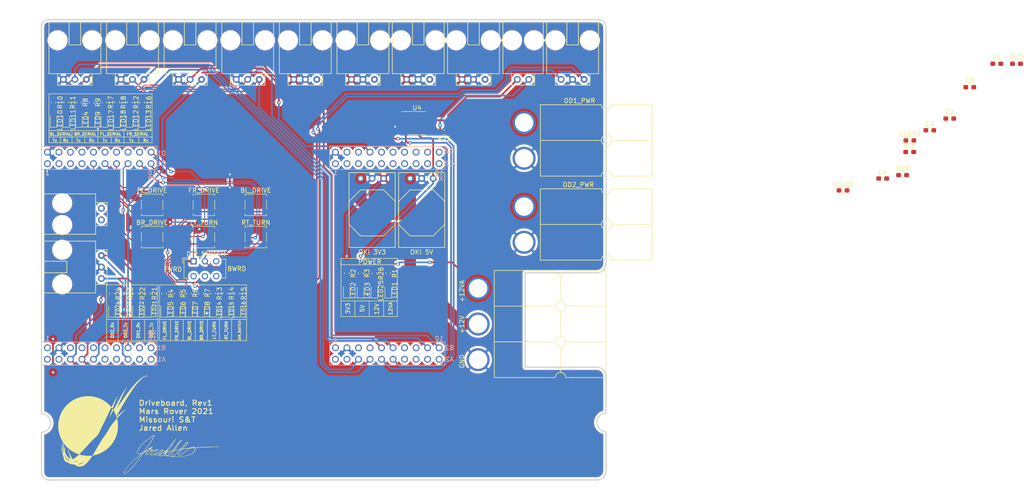
<source format=kicad_pcb>
(kicad_pcb (version 20171130) (host pcbnew "(5.1.4)-1")
  (layers (0 F.Cu signal) (31 B.Cu signal) (34 B.Paste user) (35 F.Paste user) (36 B.SilkS user) (37 F.SilkS user) (38 B.Mask user) (39 F.Mask user) (44 Edge.Cuts user))
  (net 0 "")
  (net 1 FL_PWM)
  (net 2 GND)
  (net 3 +3V3)
  (net 4 FR_PWM)
  (net 5 BL_PWM)
  (net 6 BR_PWM)
  (net 7 BL_Rx)
  (net 8 BL_Tx)
  (net 9 BR_Rx)
  (net 10 BR_Tx)
  (net 11 +12VA)
  (net 12 +5V)
  (net 13 CANL)
  (net 14 CANH)
  (net 15 FL_Rx)
  (net 16 FL_Tx)
  (net 17 FR_Rx)
  (net 18 FR_Tx)
  (net 19 "Net-(LED1-Pad2)")
  (net 20 "Net-(LED2-Pad2)")
  (net 21 "Net-(LED3-Pad2)")
  (net 22 "Net-(LED4-Pad2)")
  (net 23 "Net-(LED5-Pad2)")
  (net 24 "Net-(LED6-Pad2)")
  (net 25 "Net-(LED7-Pad2)")
  (net 26 "Net-(LED8-Pad2)")
  (net 27 "Net-(LED9-Pad2)")
  (net 28 "Net-(LED10-Pad2)")
  (net 29 "Net-(LED11-Pad2)")
  (net 30 "Net-(LED12-Pad2)")
  (net 31 "Net-(LED13-Pad2)")
  (net 32 "Net-(LED14-Pad2)")
  (net 33 "Net-(LED15-Pad2)")
  (net 34 "Net-(LED16-Pad2)")
  (net 35 "Net-(LED17-Pad2)")
  (net 36 "Net-(LED18-Pad2)")
  (net 37 "Net-(LED19-Pad2)")
  (net 38 "Net-(LED20-Pad2)")
  (net 39 "Net-(LED21-Pad2)")
  (net 40 "Net-(LED22-Pad2)")
  (net 41 "Net-(LED23-Pad2)")
  (net 42 "Net-(LED24-Pad2)")
  (net 43 FL_DRIVE)
  (net 44 FR_DRIVE)
  (net 45 BL_DRIVE)
  (net 46 BR_DRIVE)
  (net 47 LT_TURN)
  (net 48 RT_TURN)
  (net 49 DIR_SWITCH)
  (net 50 CAN_Tx)
  (net 51 CAN_Rx)
  (net 52 OD1_Tx)
  (net 53 OD1_Rx)
  (net 54 OD2_Tx)
  (net 55 OD2_Rx)
  (net 56 "Net-(U3-PadPN3)")
  (net 57 "Net-(U3-PadPN2)")
  (net 58 "Net-(U3-PadPD0)")
  (net 59 "Net-(U3-PadPD1)")
  (net 60 "Net-(U3-PadRese)")
  (net 61 "Net-(U3-PadPH3)")
  (net 62 "Net-(U3-PadPH2)")
  (net 63 "Net-(U3-PadPM3)")
  (net 64 "Net-(U3-PadPB3)")
  (net 65 "Net-(U3-PadPB2)")
  (net 66 "Net-(U3-PadPD3)")
  (net 67 "Net-(U3-PadPE5)")
  (net 68 "Net-(U3-PadPE4)")
  (net 69 "Net-(U3-Pad+3V3)")
  (net 70 "Net-(U3-PadPM5)")
  (net 71 "Net-(U3-PadPM4)")
  (net 72 "Net-(U3-PadPD7)")
  (net 73 "Net-(U3-PadPE3)")
  (net 74 "Net-(U3-PadPE2)")
  (net 75 "Net-(U3-PadPE1)")
  (net 76 "Net-(U3-PadPE0)")
  (net 77 "Net-(U3-Pad+5V)")
  (net 78 "Net-(U3-PadPP5)")
  (net 79 "Net-(U3-PadPM7)")
  (net 80 "Net-(U3-PadPK7)")
  (net 81 "Net-(U3-PadPK6)")
  (net 82 "Net-(U3-PadPH1)")
  (net 83 "Net-(U3-PadPH0)")
  (net 84 "Net-(U3-PadPM2)")
  (net 85 "Net-(U3-PadPM1)")
  (net 86 "Net-(U3-PadPM0)")
  (net 87 "Net-(U3-PadPK5)")
  (net 88 "Net-(U3-PadPK4)")
  (net 89 "Net-(U3-PadPG1)")
  (net 90 "Net-(U3-PadPN4)")
  (net 91 "Net-(U3-PadPP4)")
  (net 92 "Net-(U3-PadPD2)")
  (net 93 "Net-(U3-PadPK3)")
  (net 94 "Net-(U3-PadPB5)")
  (net 95 "Net-(U3-PadPB4)")
  (net 96 "Net-(U3-PadPK2)")
  (net 97 "Net-(U3-PadPN5)")
  (net 98 "Net-(U3-PadPQ0)")
  (net 99 "Net-(U3-PadPP3)")
  (net 100 "Net-(U3-PadPQ3)")
  (net 101 "Net-(U3-PadPQ2)")
  (net 102 "Net-(U3-PadPQ1)")
  (net 103 "Net-(U3-PadPM6)")
  (net 104 "Net-(U4-Pad8)")
  (net 105 "Net-(U4-Pad5)")
  (net 106 +12V)
  (net 107 "Net-(LED25-Pad2)")
  (module Resistor_SMD:R_0603_1608Metric_Pad1.05x0.95mm_HandSolder (layer F.Cu) (at 75.311 69.328 270)
    (fp_text reference R11 (at 0 -1.43 90) (layer F.SilkS))
    (fp_text value 500)
    (pad 2 smd roundrect (at 0.875 0 270) (size 1.05 0.95) (layers F.Cu F.Paste F.Mask) (net 29 "Net-(LED11-Pad2)"))
    (pad 1 smd roundrect (at -0.875 0 270) (size 1.05 0.95) (layers F.Cu F.Paste F.Mask) (net 7 BL_Rx))
  )
  (module MRDT_Shields:TM4C129E_Launchpad_FULL_THT_BOTTOM (layer F.Cu) (at 69.887 127.298)
    (fp_text reference U3 hide)
    (fp_text value TM4C129E_Launchpad hide)
    (fp_text user 1 (at 1.27 -42.418 180) (layer F.SilkS))
    (fp_text user 10 (at 24.384 -42.418 180) (layer B.SilkS) (effects (justify mirror)))
    (fp_text user 1 (at 1.27 -5.842 180) (layer B.SilkS) (effects (justify mirror)))
    (fp_text user 10 (at 24.384 -5.842 180) (layer B.SilkS) (effects (justify mirror)))
    (fp_text user 1 (at 64.77 -42.418 180) (layer B.SilkS) (effects (justify mirror)))
    (fp_text user 10 (at 87.63 -42.418 180) (layer B.SilkS) (effects (justify mirror)))
    (fp_text user 10 (at 87.63 -5.842 180) (layer B.SilkS) (effects (justify mirror)))
    (fp_text user 1 (at 64.77 -5.842 180) (layer B.SilkS) (effects (justify mirror)))
    (fp_text user X9 (at 24.384 -41.148 180) (layer B.SilkS) (effects (justify mirror)))
    (fp_text user X8 (at 24.384 -7.112 180) (layer B.SilkS) (effects (justify mirror)))
    (fp_text user X7 (at 87.63 -41.148 180) (layer B.SilkS) (effects (justify mirror)))
    (fp_text user C1 (at 26.416 -44.45 180) (layer B.SilkS) (effects (justify mirror)))
    (fp_text user D1 (at 26.416 -46.736 180) (layer B.SilkS) (effects (justify mirror)))
    (fp_text user C2 (at 89.916 -44.45 180) (layer B.SilkS) (effects (justify mirror)))
    (fp_text user D2 (at 89.916 -47.244) (layer B.SilkS) (effects (justify mirror)))
    (fp_text user B1 (at 26.416 -3.81 180) (layer B.SilkS) (effects (justify mirror)))
    (fp_text user A1 (at 26.416 -1.27 180) (layer B.SilkS) (effects (justify mirror)))
    (fp_text user B2 (at 89.916 -3.81 180) (layer B.SilkS) (effects (justify mirror)))
    (fp_text user A2 (at 89.916 -1.27 180) (layer B.SilkS) (effects (justify mirror)))
    (pad +3V3` thru_hole circle (at 64.77 -1.27 180) (size 1.52 1.52) (drill 1) (layers *.Cu *.Mask F.Paste))
    (pad PM6 thru_hole circle (at 87.63 -46.99 180) (size 1.52 1.52) (drill 1) (layers *.Cu *.Mask F.Paste) (net 103 "Net-(U3-PadPM6)"))
    (pad PQ1 thru_hole circle (at 85.09 -46.99 180) (size 1.52 1.52) (drill 1) (layers *.Cu *.Mask F.Paste) (net 102 "Net-(U3-PadPQ1)"))
    (pad PQ2 thru_hole circle (at 77.47 -46.99 180) (size 1.52 1.52) (drill 1) (layers *.Cu *.Mask F.Paste) (net 101 "Net-(U3-PadPQ2)"))
    (pad PK0 thru_hole circle (at 74.93 -3.81 180) (size 1.52 1.52) (drill 1) (layers *.Cu *.Mask F.Paste) (net 7 BL_Rx))
    (pad PQ3 thru_hole circle (at 80.01 -46.99 180) (size 1.52 1.52) (drill 1) (layers *.Cu *.Mask F.Paste) (net 100 "Net-(U3-PadPQ3)"))
    (pad PP3 thru_hole circle (at 82.55 -46.99 180) (size 1.52 1.52) (drill 1) (layers *.Cu *.Mask F.Paste) (net 99 "Net-(U3-PadPP3)"))
    (pad PQ0 thru_hole circle (at 80.01 -1.27 180) (size 1.52 1.52) (drill 1) (layers *.Cu *.Mask F.Paste) (net 98 "Net-(U3-PadPQ0)"))
    (pad PA4 thru_hole circle (at 85.09 -3.81 180) (size 1.52 1.52) (drill 1) (layers *.Cu *.Mask F.Paste) (net 17 FR_Rx))
    (pad Rese` thru_hole circle (at 74.93 -46.99 180) (size 1.52 1.52) (drill 1) (layers *.Cu *.Mask F.Paste))
    (pad PA7 thru_hole circle (at 72.39 -46.99 180) (size 1.52 1.52) (drill 1) (layers *.Cu *.Mask F.Paste) (net 16 FL_Tx))
    (pad PN5 thru_hole circle (at 85.09 -1.27 180) (size 1.52 1.52) (drill 1) (layers *.Cu *.Mask F.Paste) (net 97 "Net-(U3-PadPN5)"))
    (pad PK2 thru_hole circle (at 80.01 -3.81 180) (size 1.52 1.52) (drill 1) (layers *.Cu *.Mask F.Paste) (net 96 "Net-(U3-PadPK2)"))
    (pad PK1 thru_hole circle (at 77.47 -3.81 180) (size 1.52 1.52) (drill 1) (layers *.Cu *.Mask F.Paste) (net 8 BL_Tx))
    (pad +5V` thru_hole circle (at 64.77 -3.81 180) (size 1.52 1.52) (drill 1) (layers *.Cu *.Mask F.Paste))
    (pad GND thru_hole circle (at 67.31 -3.81 180) (size 1.52 1.52) (drill 1) (layers *.Cu *.Mask F.Paste) (net 2 GND))
    (pad PB4 thru_hole circle (at 69.85 -3.81 180) (size 1.52 1.52) (drill 1) (layers *.Cu *.Mask F.Paste) (net 95 "Net-(U3-PadPB4)"))
    (pad PB5 thru_hole circle (at 72.39 -3.81 180) (size 1.52 1.52) (drill 1) (layers *.Cu *.Mask F.Paste) (net 94 "Net-(U3-PadPB5)"))
    (pad PK3 thru_hole circle (at 82.55 -3.81 180) (size 1.52 1.52) (drill 1) (layers *.Cu *.Mask F.Paste) (net 93 "Net-(U3-PadPK3)"))
    (pad PA5 thru_hole circle (at 87.63 -3.81 180) (size 1.52 1.52) (drill 1) (layers *.Cu *.Mask F.Paste) (net 18 FR_Tx))
    (pad PD2 thru_hole circle (at 67.31 -1.27 180) (size 1.52 1.52) (drill 1) (layers *.Cu *.Mask F.Paste) (net 92 "Net-(U3-PadPD2)"))
    (pad PP0 thru_hole circle (at 69.85 -1.27 180) (size 1.52 1.52) (drill 1) (layers *.Cu *.Mask F.Paste) (net 9 BR_Rx))
    (pad PP1 thru_hole circle (at 72.39 -1.27 180) (size 1.52 1.52) (drill 1) (layers *.Cu *.Mask F.Paste) (net 10 BR_Tx))
    (pad PD4 thru_hole circle (at 74.93 -1.27 180) (size 1.52 1.52) (drill 1) (layers *.Cu *.Mask F.Paste) (net 51 CAN_Rx))
    (pad PD5 thru_hole circle (at 77.47 -1.27 180) (size 1.52 1.52) (drill 1) (layers *.Cu *.Mask F.Paste) (net 50 CAN_Tx))
    (pad PP4 thru_hole circle (at 82.55 -1.27 180) (size 1.52 1.52) (drill 1) (layers *.Cu *.Mask F.Paste) (net 91 "Net-(U3-PadPP4)"))
    (pad PN4 thru_hole circle (at 87.63 -1.27 180) (size 1.52 1.52) (drill 1) (layers *.Cu *.Mask F.Paste) (net 90 "Net-(U3-PadPN4)"))
    (pad PG1 thru_hole circle (at 64.77 -44.45 180) (size 1.52 1.52) (drill 1) (layers *.Cu *.Mask F.Paste) (net 89 "Net-(U3-PadPG1)"))
    (pad PK4 thru_hole circle (at 67.31 -44.45 180) (size 1.52 1.52) (drill 1) (layers *.Cu *.Mask F.Paste) (net 88 "Net-(U3-PadPK4)"))
    (pad PK5 thru_hole circle (at 69.85 -44.45 180) (size 1.52 1.52) (drill 1) (layers *.Cu *.Mask F.Paste) (net 87 "Net-(U3-PadPK5)"))
    (pad PM0 thru_hole circle (at 72.39 -44.45 180) (size 1.52 1.52) (drill 1) (layers *.Cu *.Mask F.Paste) (net 86 "Net-(U3-PadPM0)"))
    (pad PM1 thru_hole circle (at 74.93 -44.45 180) (size 1.52 1.52) (drill 1) (layers *.Cu *.Mask F.Paste) (net 85 "Net-(U3-PadPM1)"))
    (pad PM2 thru_hole circle (at 77.47 -44.45 180) (size 1.52 1.52) (drill 1) (layers *.Cu *.Mask F.Paste) (net 84 "Net-(U3-PadPM2)"))
    (pad PH0 thru_hole circle (at 80.01 -44.45 180) (size 1.52 1.52) (drill 1) (layers *.Cu *.Mask F.Paste) (net 83 "Net-(U3-PadPH0)"))
    (pad PH1 thru_hole circle (at 82.55 -44.45 180) (size 1.52 1.52) (drill 1) (layers *.Cu *.Mask F.Paste) (net 82 "Net-(U3-PadPH1)"))
    (pad PK6 thru_hole circle (at 85.09 -44.45 180) (size 1.52 1.52) (drill 1) (layers *.Cu *.Mask F.Paste) (net 81 "Net-(U3-PadPK6)"))
    (pad PK7 thru_hole circle (at 87.63 -44.45 180) (size 1.52 1.52) (drill 1) (layers *.Cu *.Mask F.Paste) (net 80 "Net-(U3-PadPK7)"))
    (pad GND thru_hole circle (at 64.77 -46.99 180) (size 1.52 1.52) (drill 1) (layers *.Cu *.Mask F.Paste) (net 2 GND))
    (pad PM7 thru_hole circle (at 67.31 -46.99 180) (size 1.52 1.52) (drill 1) (layers *.Cu *.Mask F.Paste) (net 79 "Net-(U3-PadPM7)"))
    (pad PP5 thru_hole circle (at 69.85 -46.99 180) (size 1.52 1.52) (drill 1) (layers *.Cu *.Mask F.Paste) (net 78 "Net-(U3-PadPP5)"))
    (pad +5V thru_hole circle (at 1.27 -3.81 180) (size 1.52 1.52) (drill 1) (layers *.Cu *.Mask F.Paste) (net 77 "Net-(U3-Pad+5V)"))
    (pad GND thru_hole circle (at 3.81 -3.81 180) (size 1.52 1.52) (drill 1) (layers *.Cu *.Mask F.Paste) (net 2 GND))
    (pad PE0 thru_hole circle (at 6.35 -3.81 180) (size 1.52 1.52) (drill 1) (layers *.Cu *.Mask F.Paste) (net 76 "Net-(U3-PadPE0)"))
    (pad PE1 thru_hole circle (at 8.89 -3.81 180) (size 1.52 1.52) (drill 1) (layers *.Cu *.Mask F.Paste) (net 75 "Net-(U3-PadPE1)"))
    (pad PE2 thru_hole circle (at 11.43 -3.81 180) (size 1.52 1.52) (drill 1) (layers *.Cu *.Mask F.Paste) (net 74 "Net-(U3-PadPE2)"))
    (pad PE3 thru_hole circle (at 13.97 -3.81 180) (size 1.52 1.52) (drill 1) (layers *.Cu *.Mask F.Paste) (net 73 "Net-(U3-PadPE3)"))
    (pad PD7 thru_hole circle (at 16.51 -3.81 180) (size 1.52 1.52) (drill 1) (layers *.Cu *.Mask F.Paste) (net 72 "Net-(U3-PadPD7)"))
    (pad PA6 thru_hole circle (at 19.05 -3.81 180) (size 1.52 1.52) (drill 1) (layers *.Cu *.Mask F.Paste) (net 15 FL_Rx))
    (pad PM4 thru_hole circle (at 21.59 -3.81 180) (size 1.52 1.52) (drill 1) (layers *.Cu *.Mask F.Paste) (net 71 "Net-(U3-PadPM4)"))
    (pad PM5 thru_hole circle (at 24.13 -3.81 180) (size 1.52 1.52) (drill 1) (layers *.Cu *.Mask F.Paste) (net 70 "Net-(U3-PadPM5)"))
    (pad +3V3 thru_hole circle (at 1.27 -1.27 180) (size 1.52 1.52) (drill 1) (layers *.Cu *.Mask F.Paste) (net 69 "Net-(U3-Pad+3V3)"))
    (pad PE4 thru_hole circle (at 3.81 -1.27 180) (size 1.52 1.52) (drill 1) (layers *.Cu *.Mask F.Paste) (net 68 "Net-(U3-PadPE4)"))
    (pad PC4 thru_hole circle (at 6.35 -1.27 180) (size 1.52 1.52) (drill 1) (layers *.Cu *.Mask F.Paste) (net 55 OD2_Rx))
    (pad PC5 thru_hole circle (at 8.89 -1.27 180) (size 1.52 1.52) (drill 1) (layers *.Cu *.Mask F.Paste) (net 54 OD2_Tx))
    (pad PC6 thru_hole circle (at 11.43 -1.27 180) (size 1.52 1.52) (drill 1) (layers *.Cu *.Mask F.Paste) (net 53 OD1_Rx))
    (pad PE5 thru_hole circle (at 13.97 -1.27 180) (size 1.52 1.52) (drill 1) (layers *.Cu *.Mask F.Paste) (net 67 "Net-(U3-PadPE5)"))
    (pad PD3 thru_hole circle (at 16.51 -1.27 180) (size 1.52 1.52) (drill 1) (layers *.Cu *.Mask F.Paste) (net 66 "Net-(U3-PadPD3)"))
    (pad PC7 thru_hole circle (at 19.05 -1.27 180) (size 1.52 1.52) (drill 1) (layers *.Cu *.Mask F.Paste) (net 52 OD1_Tx))
    (pad PB2 thru_hole circle (at 21.59 -1.27 180) (size 1.52 1.52) (drill 1) (layers *.Cu *.Mask F.Paste) (net 65 "Net-(U3-PadPB2)"))
    (pad PB3 thru_hole circle (at 24.13 -1.27 180) (size 1.52 1.52) (drill 1) (layers *.Cu *.Mask F.Paste) (net 64 "Net-(U3-PadPB3)"))
    (pad PF1 thru_hole circle (at 1.27 -44.45 180) (size 1.52 1.52) (drill 1) (layers *.Cu *.Mask F.Paste) (net 1 FL_PWM))
    (pad PF2 thru_hole circle (at 3.81 -44.45 180) (size 1.52 1.52) (drill 1) (layers *.Cu *.Mask F.Paste) (net 4 FR_PWM))
    (pad PF3 thru_hole circle (at 6.35 -44.45 180) (size 1.52 1.52) (drill 1) (layers *.Cu *.Mask F.Paste) (net 5 BL_PWM))
    (pad PG0 thru_hole circle (at 8.89 -44.45 180) (size 1.52 1.52) (drill 1) (layers *.Cu *.Mask F.Paste) (net 6 BR_PWM))
    (pad PL4 thru_hole circle (at 11.43 -44.45 180) (size 1.52 1.52) (drill 1) (layers *.Cu *.Mask F.Paste) (net 43 FL_DRIVE))
    (pad PL5 thru_hole circle (at 13.97 -44.45 180) (size 1.52 1.52) (drill 1) (layers *.Cu *.Mask F.Paste) (net 44 FR_DRIVE))
    (pad PL0 thru_hole circle (at 16.51 -44.45 180) (size 1.52 1.52) (drill 1) (layers *.Cu *.Mask F.Paste) (net 45 BL_DRIVE))
    (pad PL1 thru_hole circle (at 19.05 -44.45 180) (size 1.52 1.52) (drill 1) (layers *.Cu *.Mask F.Paste) (net 46 BR_DRIVE))
    (pad PL2 thru_hole circle (at 21.59 -44.45 180) (size 1.52 1.52) (drill 1) (layers *.Cu *.Mask F.Paste) (net 47 LT_TURN))
    (pad PL3 thru_hole circle (at 24.13 -44.45 180) (size 1.52 1.52) (drill 1) (layers *.Cu *.Mask F.Paste) (net 48 RT_TURN))
    (pad GND thru_hole circle (at 1.27 -46.99 180) (size 1.52 1.52) (drill 1) (layers *.Cu *.Mask F.Paste) (net 2 GND))
    (pad PM3 thru_hole circle (at 3.81 -46.99 180) (size 1.52 1.52) (drill 1) (layers *.Cu *.Mask F.Paste) (net 63 "Net-(U3-PadPM3)"))
    (pad PH2 thru_hole circle (at 6.35 -46.99 180) (size 1.52 1.52) (drill 1) (layers *.Cu *.Mask F.Paste) (net 62 "Net-(U3-PadPH2)"))
    (pad PH3 thru_hole circle (at 8.89 -46.99 180) (size 1.52 1.52) (drill 1) (layers *.Cu *.Mask F.Paste) (net 61 "Net-(U3-PadPH3)"))
    (pad Rese thru_hole circle (at 11.43 -46.99 180) (size 1.52 1.52) (drill 1) (layers *.Cu *.Mask F.Paste) (net 60 "Net-(U3-PadRese)"))
    (pad PD1 thru_hole circle (at 13.97 -46.99 180) (size 1.52 1.52) (drill 1) (layers *.Cu *.Mask F.Paste) (net 59 "Net-(U3-PadPD1)"))
    (pad PD0 thru_hole circle (at 16.51 -46.99 180) (size 1.52 1.52) (drill 1) (layers *.Cu *.Mask F.Paste) (net 58 "Net-(U3-PadPD0)"))
    (pad PN2 thru_hole circle (at 19.05 -46.99 180) (size 1.52 1.52) (drill 1) (layers *.Cu *.Mask F.Paste) (net 57 "Net-(U3-PadPN2)"))
    (pad PN3 thru_hole circle (at 21.59 -46.99 180) (size 1.52 1.52) (drill 1) (layers *.Cu *.Mask F.Paste) (net 56 "Net-(U3-PadPN3)"))
    (pad PP2 thru_hole circle (at 24.13 -46.99 180) (size 1.52 1.52) (drill 1) (layers *.Cu *.Mask F.Paste) (net 49 DIR_SWITCH))
  )
  (module MRDT_Silkscreens:0_MRDT_Logo_20mm (layer F.Cu) (at 83.566 139.7)
    (fp_text reference G*** hide)
    (fp_text value LOGO hide)
  )
  (module MRDT_Silkscreens:z_sig_Jared_Allen (layer F.Cu) (at 98.552 147.066)
    (fp_text reference G*** hide)
    (fp_text value LOGO hide)
  )
  (module MRDT_Connectors:Anderson_3_Horizontal_Side_by_Side (layer F.Cu) (at 169.672 106.426 180)
    (fp_text reference Conn1 hide)
    (fp_text value AndersonPP)
    (pad 1 thru_hole circle (at 3.556 -19.685 180) (size 5.08 5.08) (drill 4.06) (layers *.Cu *.Mask F.Paste) (net 2 GND))
    (pad 2 thru_hole circle (at 3.556 -11.811 180) (size 5.08 5.08) (drill 4.06) (layers *.Cu *.Mask F.Paste) (net 106 +12V))
    (pad 3 thru_hole circle (at 3.556 -3.937 180) (size 5.08 5.08) (drill 4.06) (layers *.Cu *.Mask F.Paste) (net 11 +12VA))
  )
  (module MRDT_Connectors:MOLEX_SL_03_Horizontal (layer F.Cu) (at 115.316 64.262)
    (fp_text reference FR_WHL1 hide)
    (fp_text value Molex_SL_03)
    (pad "" np_thru_hole circle (at 3.81 -8.636) (size 3.45 3.45) (drill 3.45) (layers *.Cu *.Mask))
    (pad "" np_thru_hole circle (at -3.81 -8.636) (size 3.45 3.45) (drill 3.45) (layers *.Cu *.Mask))
    (pad 3 thru_hole circle (at 2.54 0) (size 1.524 1.524) (drill 0.762) (layers *.Cu *.Mask) (net 17 FR_Rx))
    (pad 2 thru_hole circle (at 0 0) (size 1.524 1.524) (drill 0.9) (layers *.Cu *.Mask) (net 18 FR_Tx))
    (pad 1 thru_hole circle (at -2.54 0) (size 1.524 1.524) (drill 0.9) (layers *.Cu *.Mask) (net 2 GND))
  )
  (module MRDT_Connectors:MOLEX_SL_03_Horizontal (layer F.Cu) (at 102.616 64.262)
    (fp_text reference FL_WHL1 hide)
    (fp_text value Molex_SL_03)
    (pad "" np_thru_hole circle (at 3.81 -8.636) (size 3.45 3.45) (drill 3.45) (layers *.Cu *.Mask))
    (pad "" np_thru_hole circle (at -3.81 -8.636) (size 3.45 3.45) (drill 3.45) (layers *.Cu *.Mask))
    (pad 3 thru_hole circle (at 2.54 0) (size 1.524 1.524) (drill 0.762) (layers *.Cu *.Mask) (net 15 FL_Rx))
    (pad 2 thru_hole circle (at 0 0) (size 1.524 1.524) (drill 0.9) (layers *.Cu *.Mask) (net 16 FL_Tx))
    (pad 1 thru_hole circle (at -2.54 0) (size 1.524 1.524) (drill 0.9) (layers *.Cu *.Mask) (net 2 GND))
  )
  (module MRDT_Connectors:Anderson_2_Horizontal_Side_by_Side (layer F.Cu) (at 179.832 88.392 180)
    (fp_text reference Conn3 hide)
    (fp_text value AndersonPP)
    (pad 1 thru_hole circle (at 3.5814 -11.811 180) (size 5.08 5.08) (drill 4.06) (layers *.Cu *.Mask F.Paste) (net 2 GND))
    (pad 2 thru_hole circle (at 3.5814 -3.937 180) (size 5.08 5.08) (drill 4.06) (layers *.Cu *.Mask F.Paste) (net 11 +12VA))
  )
  (module MRDT_Connectors:Anderson_2_Horizontal_Side_by_Side (layer F.Cu) (at 179.832 69.85 180)
    (fp_text reference Conn2 hide)
    (fp_text value AndersonPP)
    (pad 1 thru_hole circle (at 3.5814 -11.811 180) (size 5.08 5.08) (drill 4.06) (layers *.Cu *.Mask F.Paste) (net 2 GND))
    (pad 2 thru_hole circle (at 3.5814 -3.937 180) (size 5.08 5.08) (drill 4.06) (layers *.Cu *.Mask F.Paste) (net 11 +12VA))
  )
  (module MRDT_Connectors:MOLEX_SL_02_Horizontal (layer F.Cu) (at 176.022 64.262)
    (fp_text reference CAN2 hide)
    (fp_text value Molex_SL_02)
    (pad "" np_thru_hole circle (at 2.413 -8.636) (size 3.45 3.45) (drill 3.45) (layers *.Cu *.Mask))
    (pad 2 thru_hole circle (at 1.27 0) (size 1.524 1.524) (drill 0.9) (layers *.Cu *.Mask) (net 13 CANL))
    (pad 1 thru_hole circle (at -1.27 0) (size 1.524 1.524) (drill 0.9) (layers *.Cu *.Mask) (net 14 CANH))
    (pad "" np_thru_hole circle (at -2.415 -8.64) (size 3.45 3.45) (drill 3.45) (layers *.Cu *.Mask))
  )
  (module MRDT_Connectors:MOLEX_SL_02_Horizontal (layer F.Cu) (at 83.058 93.98 90)
    (fp_text reference CAN1 hide)
    (fp_text value Molex_SL_02)
    (pad "" np_thru_hole circle (at 2.413 -8.636 90) (size 3.45 3.45) (drill 3.45) (layers *.Cu *.Mask))
    (pad 2 thru_hole circle (at 1.27 0 90) (size 1.524 1.524) (drill 0.9) (layers *.Cu *.Mask) (net 13 CANL))
    (pad 1 thru_hole circle (at -1.27 0 90) (size 1.524 1.524) (drill 0.9) (layers *.Cu *.Mask) (net 14 CANH))
    (pad "" np_thru_hole circle (at -2.415 -8.64 90) (size 3.45 3.45) (drill 3.45) (layers *.Cu *.Mask))
  )
  (module MRDT_Connectors:MOLEX_SL_03_Horizontal (layer F.Cu) (at 89.916 64.262)
    (fp_text reference BL_WHL2 hide)
    (fp_text value Molex_SL_03)
    (pad "" np_thru_hole circle (at 3.81 -8.636) (size 3.45 3.45) (drill 3.45) (layers *.Cu *.Mask))
    (pad "" np_thru_hole circle (at -3.81 -8.636) (size 3.45 3.45) (drill 3.45) (layers *.Cu *.Mask))
    (pad 3 thru_hole circle (at 2.54 0) (size 1.524 1.524) (drill 0.762) (layers *.Cu *.Mask) (net 9 BR_Rx))
    (pad 2 thru_hole circle (at 0 0) (size 1.524 1.524) (drill 0.9) (layers *.Cu *.Mask) (net 10 BR_Tx))
    (pad 1 thru_hole circle (at -2.54 0) (size 1.524 1.524) (drill 0.9) (layers *.Cu *.Mask) (net 2 GND))
  )
  (module MRDT_Connectors:MOLEX_SL_03_Horizontal (layer F.Cu) (at 77.216 64.262)
    (fp_text reference BL_WHL1 hide)
    (fp_text value Molex_SL_03)
    (pad "" np_thru_hole circle (at 3.81 -8.636) (size 3.45 3.45) (drill 3.45) (layers *.Cu *.Mask))
    (pad "" np_thru_hole circle (at -3.81 -8.636) (size 3.45 3.45) (drill 3.45) (layers *.Cu *.Mask))
    (pad 3 thru_hole circle (at 2.54 0) (size 1.524 1.524) (drill 0.762) (layers *.Cu *.Mask) (net 7 BL_Rx))
    (pad 2 thru_hole circle (at 0 0) (size 1.524 1.524) (drill 0.9) (layers *.Cu *.Mask) (net 8 BL_Tx))
    (pad 1 thru_hole circle (at -2.54 0) (size 1.524 1.524) (drill 0.9) (layers *.Cu *.Mask) (net 2 GND))
  )
  (module MRDT_Connectors:MOLEX_SL_03_Horizontal (layer F.Cu) (at 165.1 64.262)
    (fp_text reference ABS_ENC4 hide)
    (fp_text value Molex_SL_03)
    (pad "" np_thru_hole circle (at 3.81 -8.636) (size 3.45 3.45) (drill 3.45) (layers *.Cu *.Mask))
    (pad "" np_thru_hole circle (at -3.81 -8.636) (size 3.45 3.45) (drill 3.45) (layers *.Cu *.Mask))
    (pad 3 thru_hole circle (at 2.54 0) (size 1.524 1.524) (drill 0.762) (layers *.Cu *.Mask) (net 6 BR_PWM))
    (pad 2 thru_hole circle (at 0 0) (size 1.524 1.524) (drill 0.9) (layers *.Cu *.Mask) (net 2 GND))
    (pad 1 thru_hole circle (at -2.54 0) (size 1.524 1.524) (drill 0.9) (layers *.Cu *.Mask) (net 3 +3V3))
  )
  (module MRDT_Connectors:MOLEX_SL_03_Horizontal (layer F.Cu) (at 152.908 64.262)
    (fp_text reference ABS_ENC3 hide)
    (fp_text value Molex_SL_03)
    (pad "" np_thru_hole circle (at 3.81 -8.636) (size 3.45 3.45) (drill 3.45) (layers *.Cu *.Mask))
    (pad "" np_thru_hole circle (at -3.81 -8.636) (size 3.45 3.45) (drill 3.45) (layers *.Cu *.Mask))
    (pad 3 thru_hole circle (at 2.54 0) (size 1.524 1.524) (drill 0.762) (layers *.Cu *.Mask) (net 5 BL_PWM))
    (pad 2 thru_hole circle (at 0 0) (size 1.524 1.524) (drill 0.9) (layers *.Cu *.Mask) (net 2 GND))
    (pad 1 thru_hole circle (at -2.54 0) (size 1.524 1.524) (drill 0.9) (layers *.Cu *.Mask) (net 3 +3V3))
  )
  (module MRDT_Connectors:MOLEX_SL_03_Horizontal (layer F.Cu) (at 140.716 64.262)
    (fp_text reference ABS_ENC2 hide)
    (fp_text value Molex_SL_03)
    (pad "" np_thru_hole circle (at 3.81 -8.636) (size 3.45 3.45) (drill 3.45) (layers *.Cu *.Mask))
    (pad "" np_thru_hole circle (at -3.81 -8.636) (size 3.45 3.45) (drill 3.45) (layers *.Cu *.Mask))
    (pad 3 thru_hole circle (at 2.54 0) (size 1.524 1.524) (drill 0.762) (layers *.Cu *.Mask) (net 4 FR_PWM))
    (pad 2 thru_hole circle (at 0 0) (size 1.524 1.524) (drill 0.9) (layers *.Cu *.Mask) (net 2 GND))
    (pad 1 thru_hole circle (at -2.54 0) (size 1.524 1.524) (drill 0.9) (layers *.Cu *.Mask) (net 3 +3V3))
  )
  (module MRDT_Connectors:MOLEX_SL_03_Horizontal (layer F.Cu) (at 128.016 64.262)
    (fp_text reference ABS_ENC1 hide)
    (fp_text value Molex_SL_03)
    (pad "" np_thru_hole circle (at 3.81 -8.636) (size 3.45 3.45) (drill 3.45) (layers *.Cu *.Mask))
    (pad "" np_thru_hole circle (at -3.81 -8.636) (size 3.45 3.45) (drill 3.45) (layers *.Cu *.Mask))
    (pad 3 thru_hole circle (at 2.54 0) (size 1.524 1.524) (drill 0.762) (layers *.Cu *.Mask) (net 1 FL_PWM))
    (pad 2 thru_hole circle (at 0 0) (size 1.524 1.524) (drill 0.9) (layers *.Cu *.Mask) (net 2 GND))
    (pad 1 thru_hole circle (at -2.54 0) (size 1.524 1.524) (drill 0.9) (layers *.Cu *.Mask) (net 3 +3V3))
  )
  (module Capacitor_SMD:C_0603_1608Metric_Pad1.05x0.95mm_HandSolder (layer F.Cu) (at 280.457001 60.799001)
    (fp_text reference C1 (at 0 -1.43) (layer F.SilkS))
    (fp_text value 10uF)
    (pad 2 smd roundrect (at 0.875 0) (size 1.05 0.95) (layers F.Cu F.Paste F.Mask) (net 2 GND))
    (pad 1 smd roundrect (at -0.875 0) (size 1.05 0.95) (layers F.Cu F.Paste F.Mask) (net 106 +12V))
  )
  (module Capacitor_SMD:C_0603_1608Metric_Pad1.05x0.95mm_HandSolder (layer F.Cu) (at 270.087001 72.899001)
    (fp_text reference C2 (at 0 -1.43) (layer F.SilkS))
    (fp_text value 10uF)
    (pad 1 smd roundrect (at -0.875 0) (size 1.05 0.95) (layers F.Cu F.Paste F.Mask) (net 3 +3V3))
    (pad 2 smd roundrect (at 0.875 0) (size 1.05 0.95) (layers F.Cu F.Paste F.Mask) (net 2 GND))
  )
  (module Capacitor_SMD:C_0603_1608Metric_Pad1.05x0.95mm_HandSolder (layer F.Cu) (at 261.257001 80.279001)
    (fp_text reference C3 (at 0 -1.43) (layer F.SilkS))
    (fp_text value 10uF)
    (pad 2 smd roundrect (at 0.875 0) (size 1.05 0.95) (layers F.Cu F.Paste F.Mask) (net 2 GND))
    (pad 1 smd roundrect (at -0.875 0) (size 1.05 0.95) (layers F.Cu F.Paste F.Mask) (net 11 +12VA))
  )
  (module Capacitor_SMD:C_0603_1608Metric_Pad1.05x0.95mm_HandSolder (layer F.Cu) (at 255.297001 86.129001)
    (fp_text reference C4 (at 0 -1.43) (layer F.SilkS))
    (fp_text value 10uF)
    (pad 2 smd roundrect (at 0.875 0) (size 1.05 0.95) (layers F.Cu F.Paste F.Mask) (net 2 GND))
    (pad 1 smd roundrect (at -0.875 0) (size 1.05 0.95) (layers F.Cu F.Paste F.Mask) (net 11 +12VA))
  )
  (module Capacitor_SMD:C_0603_1608Metric_Pad1.05x0.95mm_HandSolder (layer F.Cu) (at 274.497001 65.979001)
    (fp_text reference C5 (at 0 -1.43) (layer F.SilkS))
    (fp_text value 10uF)
    (pad 1 smd roundrect (at -0.875 0) (size 1.05 0.95) (layers F.Cu F.Paste F.Mask) (net 106 +12V))
    (pad 2 smd roundrect (at 0.875 0) (size 1.05 0.95) (layers F.Cu F.Paste F.Mask) (net 2 GND))
  )
  (module Capacitor_SMD:C_0603_1608Metric_Pad1.05x0.95mm_HandSolder (layer F.Cu) (at 265.697001 75.489001)
    (fp_text reference C6 (at 0 -1.43) (layer F.SilkS))
    (fp_text value 10uF)
    (pad 1 smd roundrect (at -0.875 0) (size 1.05 0.95) (layers F.Cu F.Paste F.Mask) (net 12 +5V))
    (pad 2 smd roundrect (at 0.875 0) (size 1.05 0.95) (layers F.Cu F.Paste F.Mask) (net 2 GND))
  )
  (module LED_SMD:LED_0603_1608Metric_Pad1.05x0.95mm_HandSolder (layer F.Cu) (at 146.304 110.857 90)
    (fp_text reference LED1 (at 0.113 1.397 90) (layer F.SilkS))
    (fp_text value green)
    (pad 1 smd roundrect (at -0.875 0 90) (size 1.05 0.95) (layers F.Cu F.Paste F.Mask) (net 2 GND))
    (pad 2 smd roundrect (at 0.875 0 90) (size 1.05 0.95) (layers F.Cu F.Paste F.Mask) (net 19 "Net-(LED1-Pad2)"))
  )
  (module LED_SMD:LED_0603_1608Metric_Pad1.05x0.95mm_HandSolder (layer F.Cu) (at 137.16 110.857 90)
    (fp_text reference LED2 (at 0 1.397 90) (layer F.SilkS))
    (fp_text value green)
    (pad 2 smd roundrect (at 0.875 0 90) (size 1.05 0.95) (layers F.Cu F.Paste F.Mask) (net 20 "Net-(LED2-Pad2)"))
    (pad 1 smd roundrect (at -0.875 0 90) (size 1.05 0.95) (layers F.Cu F.Paste F.Mask) (net 2 GND))
  )
  (module LED_SMD:LED_0603_1608Metric_Pad1.05x0.95mm_HandSolder (layer F.Cu) (at 140.208 110.871 90)
    (fp_text reference LED3 (at 0 1.524 90) (layer F.SilkS))
    (fp_text value green)
    (pad 2 smd roundrect (at 0.875 0 90) (size 1.05 0.95) (layers F.Cu F.Paste F.Mask) (net 21 "Net-(LED3-Pad2)"))
    (pad 1 smd roundrect (at -0.875 0 90) (size 1.05 0.95) (layers F.Cu F.Paste F.Mask) (net 2 GND))
  )
  (module LED_SMD:LED_0603_1608Metric_Pad1.05x0.95mm_HandSolder (layer F.Cu) (at 78.105 73.166 90)
    (fp_text reference LED4 (at 0.014 1.524 90) (layer F.SilkS))
    (fp_text value pink)
    (pad 2 smd roundrect (at 0.875 0 90) (size 1.05 0.95) (layers F.Cu F.Paste F.Mask) (net 22 "Net-(LED4-Pad2)"))
    (pad 1 smd roundrect (at -0.875 0 90) (size 1.05 0.95) (layers F.Cu F.Paste F.Mask) (net 2 GND))
  )
  (module LED_SMD:LED_0603_1608Metric_Pad1.05x0.95mm_HandSolder (layer F.Cu) (at 96.901 115.076 90)
    (fp_text reference LED5 (at 0.014 1.397 90) (layer F.SilkS))
    (fp_text value yellow)
    (pad 1 smd roundrect (at -0.875 0 90) (size 1.05 0.95) (layers F.Cu F.Paste F.Mask) (net 2 GND))
    (pad 2 smd roundrect (at 0.875 0 90) (size 1.05 0.95) (layers F.Cu F.Paste F.Mask) (net 23 "Net-(LED5-Pad2)"))
  )
  (module LED_SMD:LED_0603_1608Metric_Pad1.05x0.95mm_HandSolder (layer F.Cu) (at 99.695 115.048 90)
    (fp_text reference LED6 (at 0 1.397 90) (layer F.SilkS))
    (fp_text value yellow)
    (pad 2 smd roundrect (at 0.875 0 90) (size 1.05 0.95) (layers F.Cu F.Paste F.Mask) (net 24 "Net-(LED6-Pad2)"))
    (pad 1 smd roundrect (at -0.875 0 90) (size 1.05 0.95) (layers F.Cu F.Paste F.Mask) (net 2 GND))
  )
  (module LED_SMD:LED_0603_1608Metric_Pad1.05x0.95mm_HandSolder (layer F.Cu) (at 102.362 115.048 90)
    (fp_text reference LED7 (at -0.014 1.397 90) (layer F.SilkS))
    (fp_text value yellow)
    (pad 2 smd roundrect (at 0.875 0 90) (size 1.05 0.95) (layers F.Cu F.Paste F.Mask) (net 25 "Net-(LED7-Pad2)"))
    (pad 1 smd roundrect (at -0.875 0 90) (size 1.05 0.95) (layers F.Cu F.Paste F.Mask) (net 2 GND))
  )
  (module LED_SMD:LED_0603_1608Metric_Pad1.05x0.95mm_HandSolder (layer F.Cu) (at 105.029 115.048 90)
    (fp_text reference LED8 (at 0 1.397 90) (layer F.SilkS))
    (fp_text value yellow)
    (pad 1 smd roundrect (at -0.875 0 90) (size 1.05 0.95) (layers F.Cu F.Paste F.Mask) (net 2 GND))
    (pad 2 smd roundrect (at 0.875 0 90) (size 1.05 0.95) (layers F.Cu F.Paste F.Mask) (net 26 "Net-(LED8-Pad2)"))
  )
  (module LED_SMD:LED_0603_1608Metric_Pad1.05x0.95mm_HandSolder (layer F.Cu) (at 80.899 73.152 90)
    (fp_text reference LED9 (at 0 1.397 90) (layer F.SilkS))
    (fp_text value pink)
    (pad 1 smd roundrect (at -0.875 0 90) (size 1.05 0.95) (layers F.Cu F.Paste F.Mask) (net 2 GND))
    (pad 2 smd roundrect (at 0.875 0 90) (size 1.05 0.95) (layers F.Cu F.Paste F.Mask) (net 27 "Net-(LED9-Pad2)"))
  )
  (module LED_SMD:LED_0603_1608Metric_Pad1.05x0.95mm_HandSolder (layer F.Cu) (at 72.517 73.152 90)
    (fp_text reference LED10 (at -0.127 1.397 90) (layer F.SilkS))
    (fp_text value pink)
    (pad 2 smd roundrect (at 0.875 0 90) (size 1.05 0.95) (layers F.Cu F.Paste F.Mask) (net 28 "Net-(LED10-Pad2)"))
    (pad 1 smd roundrect (at -0.875 0 90) (size 1.05 0.95) (layers F.Cu F.Paste F.Mask) (net 2 GND))
  )
  (module LED_SMD:LED_0603_1608Metric_Pad1.05x0.95mm_HandSolder (layer F.Cu) (at 75.311 73.166 90)
    (fp_text reference LED11 (at 0 1.524 90) (layer F.SilkS))
    (fp_text value pink)
    (pad 1 smd roundrect (at -0.875 0 90) (size 1.05 0.95) (layers F.Cu F.Paste F.Mask) (net 2 GND))
    (pad 2 smd roundrect (at 0.875 0 90) (size 1.05 0.95) (layers F.Cu F.Paste F.Mask) (net 29 "Net-(LED11-Pad2)"))
  )
  (module LED_SMD:LED_0603_1608Metric_Pad1.05x0.95mm_HandSolder (layer F.Cu) (at 89.281 73.138 90)
    (fp_text reference LED12 (at -0.141 1.397 90) (layer F.SilkS))
    (fp_text value pink)
    (pad 2 smd roundrect (at 0.875 0 90) (size 1.05 0.95) (layers F.Cu F.Paste F.Mask) (net 30 "Net-(LED12-Pad2)"))
    (pad 1 smd roundrect (at -0.875 0 90) (size 1.05 0.95) (layers F.Cu F.Paste F.Mask) (net 2 GND))
  )
  (module LED_SMD:LED_0603_1608Metric_Pad1.05x0.95mm_HandSolder (layer F.Cu) (at 92.075 73.152 90)
    (fp_text reference LED13 (at -0.127 1.397 90) (layer F.SilkS))
    (fp_text value pink)
    (pad 1 smd roundrect (at -0.875 0 90) (size 1.05 0.95) (layers F.Cu F.Paste F.Mask) (net 2 GND))
    (pad 2 smd roundrect (at 0.875 0 90) (size 1.05 0.95) (layers F.Cu F.Paste F.Mask) (net 31 "Net-(LED13-Pad2)"))
  )
  (module LED_SMD:LED_0603_1608Metric_Pad1.05x0.95mm_HandSolder (layer F.Cu) (at 107.696 115.048 90)
    (fp_text reference LED14 (at -0.141 1.397 90) (layer F.SilkS) (effects (font (size 0.8128 0.8128))))
    (fp_text value yellow)
    (pad 2 smd roundrect (at 0.875 0 90) (size 1.05 0.95) (layers F.Cu F.Paste F.Mask) (net 32 "Net-(LED14-Pad2)"))
    (pad 1 smd roundrect (at -0.875 0 90) (size 1.05 0.95) (layers F.Cu F.Paste F.Mask) (net 2 GND))
  )
  (module LED_SMD:LED_0603_1608Metric_Pad1.05x0.95mm_HandSolder (layer F.Cu) (at 110.363 115.048 90)
    (fp_text reference LED15 (at -0.141 1.397 90) (layer F.SilkS) (effects (font (size 0.8128 0.8128))))
    (fp_text value yellow)
    (pad 1 smd roundrect (at -0.875 0 90) (size 1.05 0.95) (layers F.Cu F.Paste F.Mask) (net 2 GND))
    (pad 2 smd roundrect (at 0.875 0 90) (size 1.05 0.95) (layers F.Cu F.Paste F.Mask) (net 33 "Net-(LED15-Pad2)"))
  )
  (module LED_SMD:LED_0603_1608Metric_Pad1.05x0.95mm_HandSolder (layer F.Cu) (at 113.03 115.048 90)
    (fp_text reference LED16 (at -0.014 1.397 90) (layer F.SilkS) (effects (font (size 0.8128 0.8128))))
    (fp_text value yellow)
    (pad 1 smd roundrect (at -0.875 0 90) (size 1.05 0.95) (layers F.Cu F.Paste F.Mask) (net 2 GND))
    (pad 2 smd roundrect (at 0.875 0 90) (size 1.05 0.95) (layers F.Cu F.Paste F.Mask) (net 34 "Net-(LED16-Pad2)"))
  )
  (module LED_SMD:LED_0603_1608Metric_Pad1.05x0.95mm_HandSolder (layer F.Cu) (at 83.693 73.138 90)
    (fp_text reference LED17 (at -0.141 1.524 90) (layer F.SilkS))
    (fp_text value pink)
    (pad 2 smd roundrect (at 0.875 0 90) (size 1.05 0.95) (layers F.Cu F.Paste F.Mask) (net 35 "Net-(LED17-Pad2)"))
    (pad 1 smd roundrect (at -0.875 0 90) (size 1.05 0.95) (layers F.Cu F.Paste F.Mask) (net 2 GND))
  )
  (module LED_SMD:LED_0603_1608Metric_Pad1.05x0.95mm_HandSolder (layer F.Cu) (at 86.487 73.166 90)
    (fp_text reference LED18 (at -0.113 1.397 90) (layer F.SilkS))
    (fp_text value pink)
    (pad 1 smd roundrect (at -0.875 0 90) (size 1.05 0.95) (layers F.Cu F.Paste F.Mask) (net 2 GND))
    (pad 2 smd roundrect (at 0.875 0 90) (size 1.05 0.95) (layers F.Cu F.Paste F.Mask) (net 36 "Net-(LED18-Pad2)"))
  )
  (module LED_SMD:LED_0603_1608Metric_Pad1.05x0.95mm_HandSolder (layer F.Cu) (at 261.302001 77.729001)
    (fp_text reference LED19 (at 0 -1.43) (layer F.SilkS))
    (fp_text value pink)
    (pad 1 smd roundrect (at -0.875 0) (size 1.05 0.95) (layers F.Cu F.Paste F.Mask) (net 2 GND))
    (pad 2 smd roundrect (at 0.875 0) (size 1.05 0.95) (layers F.Cu F.Paste F.Mask) (net 37 "Net-(LED19-Pad2)"))
  )
  (module LED_SMD:LED_0603_1608Metric_Pad1.05x0.95mm_HandSolder (layer F.Cu) (at 246.562001 88.759001)
    (fp_text reference LED20 (at 0 -1.43) (layer F.SilkS))
    (fp_text value pink)
    (pad 1 smd roundrect (at -0.875 0) (size 1.05 0.95) (layers F.Cu F.Paste F.Mask) (net 2 GND))
    (pad 2 smd roundrect (at 0.875 0) (size 1.05 0.95) (layers F.Cu F.Paste F.Mask) (net 38 "Net-(LED20-Pad2)"))
  )
  (module LED_SMD:LED_0603_1608Metric_Pad1.05x0.95mm_HandSolder (layer F.Cu) (at 93.345 115.048 90)
    (fp_text reference LED21 (at 0.113 1.397 90) (layer F.SilkS) (effects (font (size 0.8128 0.8128))))
    (fp_text value pink)
    (pad 2 smd roundrect (at 0.875 0 90) (size 1.05 0.95) (layers F.Cu F.Paste F.Mask) (net 39 "Net-(LED21-Pad2)"))
    (pad 1 smd roundrect (at -0.875 0 90) (size 1.05 0.95) (layers F.Cu F.Paste F.Mask) (net 2 GND))
  )
  (module LED_SMD:LED_0603_1608Metric_Pad1.05x0.95mm_HandSolder (layer F.Cu) (at 90.678 115.048 90)
    (fp_text reference LED22 (at -0.014 1.27 90) (layer F.SilkS) (effects (font (size 0.8128 0.8128))))
    (fp_text value pink)
    (pad 1 smd roundrect (at -0.875 0 90) (size 1.05 0.95) (layers F.Cu F.Paste F.Mask) (net 2 GND))
    (pad 2 smd roundrect (at 0.875 0 90) (size 1.05 0.95) (layers F.Cu F.Paste F.Mask) (net 40 "Net-(LED22-Pad2)"))
  )
  (module LED_SMD:LED_0603_1608Metric_Pad1.05x0.95mm_HandSolder (layer F.Cu) (at 88.011 115.048 90)
    (fp_text reference LED23 (at -0.014 1.27 90) (layer F.SilkS) (effects (font (size 0.8128 0.8128))))
    (fp_text value pink)
    (pad 1 smd roundrect (at -0.875 0 90) (size 1.05 0.95) (layers F.Cu F.Paste F.Mask) (net 2 GND))
    (pad 2 smd roundrect (at 0.875 0 90) (size 1.05 0.95) (layers F.Cu F.Paste F.Mask) (net 41 "Net-(LED23-Pad2)"))
  )
  (module LED_SMD:LED_0603_1608Metric_Pad1.05x0.95mm_HandSolder (layer F.Cu) (at 85.344 115.048 90)
    (fp_text reference LED24 (at -0.014 1.397 90) (layer F.SilkS) (effects (font (size 0.8128 0.8128))))
    (fp_text value pink)
    (pad 2 smd roundrect (at 0.875 0 90) (size 1.05 0.95) (layers F.Cu F.Paste F.Mask) (net 42 "Net-(LED24-Pad2)"))
    (pad 1 smd roundrect (at -0.875 0 90) (size 1.05 0.95) (layers F.Cu F.Paste F.Mask) (net 2 GND))
  )
  (module LED_SMD:LED_0603_1608Metric_Pad1.05x0.95mm_HandSolder (layer F.Cu) (at 143.256 110.857 90)
    (fp_text reference LED25 (at 0 1.397 90) (layer F.SilkS))
    (fp_text value green)
    (pad 2 smd roundrect (at 0.875 0 90) (size 1.05 0.95) (layers F.Cu F.Paste F.Mask) (net 107 "Net-(LED25-Pad2)"))
    (pad 1 smd roundrect (at -0.875 0 90) (size 1.05 0.95) (layers F.Cu F.Paste F.Mask) (net 2 GND))
  )
  (module Resistor_SMD:R_0603_1608Metric_Pad1.05x0.95mm_HandSolder (layer F.Cu) (at 146.304 107.075 270)
    (fp_text reference R1 (at 0 -1.43 90) (layer F.SilkS))
    (fp_text value 1K)
    (pad 1 smd roundrect (at -0.875 0 270) (size 1.05 0.95) (layers F.Cu F.Paste F.Mask) (net 11 +12VA))
    (pad 2 smd roundrect (at 0.875 0 270) (size 1.05 0.95) (layers F.Cu F.Paste F.Mask) (net 19 "Net-(LED1-Pad2)"))
  )
  (module Resistor_SMD:R_0603_1608Metric_Pad1.05x0.95mm_HandSolder (layer F.Cu) (at 137.16 107.047 270)
    (fp_text reference R2 (at 0 -1.43 90) (layer F.SilkS))
    (fp_text value 330)
    (pad 1 smd roundrect (at -0.875 0 270) (size 1.05 0.95) (layers F.Cu F.Paste F.Mask) (net 3 +3V3))
    (pad 2 smd roundrect (at 0.875 0 270) (size 1.05 0.95) (layers F.Cu F.Paste F.Mask) (net 20 "Net-(LED2-Pad2)"))
  )
  (module Resistor_SMD:R_0603_1608Metric_Pad1.05x0.95mm_HandSolder (layer F.Cu) (at 140.208 107.047 270)
    (fp_text reference R3 (at 0 -1.43 90) (layer F.SilkS))
    (fp_text value 500)
    (pad 2 smd roundrect (at 0.875 0 270) (size 1.05 0.95) (layers F.Cu F.Paste F.Mask) (net 21 "Net-(LED3-Pad2)"))
    (pad 1 smd roundrect (at -0.875 0 270) (size 1.05 0.95) (layers F.Cu F.Paste F.Mask) (net 12 +5V))
  )
  (module Resistor_SMD:R_0603_1608Metric_Pad1.05x0.95mm_HandSolder (layer F.Cu) (at 96.901 111.506 90)
    (fp_text reference R4 (at 0 1.524 90) (layer F.SilkS))
    (fp_text value 330)
    (pad 1 smd roundrect (at -0.875 0 90) (size 1.05 0.95) (layers F.Cu F.Paste F.Mask) (net 23 "Net-(LED5-Pad2)"))
    (pad 2 smd roundrect (at 0.875 0 90) (size 1.05 0.95) (layers F.Cu F.Paste F.Mask) (net 43 FL_DRIVE))
  )
  (module Resistor_SMD:R_0603_1608Metric_Pad1.05x0.95mm_HandSolder (layer F.Cu) (at 99.695 111.492 90)
    (fp_text reference R5 (at 0 1.397 90) (layer F.SilkS))
    (fp_text value 330)
    (pad 2 smd roundrect (at 0.875 0 90) (size 1.05 0.95) (layers F.Cu F.Paste F.Mask) (net 44 FR_DRIVE))
    (pad 1 smd roundrect (at -0.875 0 90) (size 1.05 0.95) (layers F.Cu F.Paste F.Mask) (net 24 "Net-(LED6-Pad2)"))
  )
  (module Resistor_SMD:R_0603_1608Metric_Pad1.05x0.95mm_HandSolder (layer F.Cu) (at 102.362 111.506 90)
    (fp_text reference R6 (at 0.127 1.397 90) (layer F.SilkS))
    (fp_text value 330)
    (pad 2 smd roundrect (at 0.875 0 90) (size 1.05 0.95) (layers F.Cu F.Paste F.Mask) (net 45 BL_DRIVE))
    (pad 1 smd roundrect (at -0.875 0 90) (size 1.05 0.95) (layers F.Cu F.Paste F.Mask) (net 25 "Net-(LED7-Pad2)"))
  )
  (module Resistor_SMD:R_0603_1608Metric_Pad1.05x0.95mm_HandSolder (layer F.Cu) (at 105.029 111.506 90)
    (fp_text reference R7 (at 0.127 1.397 90) (layer F.SilkS))
    (fp_text value 330)
    (pad 1 smd roundrect (at -0.875 0 90) (size 1.05 0.95) (layers F.Cu F.Paste F.Mask) (net 26 "Net-(LED8-Pad2)"))
    (pad 2 smd roundrect (at 0.875 0 90) (size 1.05 0.95) (layers F.Cu F.Paste F.Mask) (net 46 BR_DRIVE))
  )
  (module Resistor_SMD:R_0603_1608Metric_Pad1.05x0.95mm_HandSolder (layer F.Cu) (at 78.105 69.328 270)
    (fp_text reference R8 (at 0 -1.43 90) (layer F.SilkS))
    (fp_text value 500)
    (pad 2 smd roundrect (at 0.875 0 270) (size 1.05 0.95) (layers F.Cu F.Paste F.Mask) (net 22 "Net-(LED4-Pad2)"))
    (pad 1 smd roundrect (at -0.875 0 270) (size 1.05 0.95) (layers F.Cu F.Paste F.Mask) (net 10 BR_Tx))
  )
  (module Resistor_SMD:R_0603_1608Metric_Pad1.05x0.95mm_HandSolder (layer F.Cu) (at 80.899 69.328 270)
    (fp_text reference R9 (at 0 -1.43 90) (layer F.SilkS))
    (fp_text value 500)
    (pad 1 smd roundrect (at -0.875 0 270) (size 1.05 0.95) (layers F.Cu F.Paste F.Mask) (net 9 BR_Rx))
    (pad 2 smd roundrect (at 0.875 0 270) (size 1.05 0.95) (layers F.Cu F.Paste F.Mask) (net 27 "Net-(LED9-Pad2)"))
  )
  (module Resistor_SMD:R_0603_1608Metric_Pad1.05x0.95mm_HandSolder (layer F.Cu) (at 72.517 69.328 270)
    (fp_text reference R10 (at 0 -1.43 90) (layer F.SilkS))
    (fp_text value 500)
    (pad 2 smd roundrect (at 0.875 0 270) (size 1.05 0.95) (layers F.Cu F.Paste F.Mask) (net 28 "Net-(LED10-Pad2)"))
    (pad 1 smd roundrect (at -0.875 0 270) (size 1.05 0.95) (layers F.Cu F.Paste F.Mask) (net 8 BL_Tx))
  )
  (module Resistor_SMD:R_0603_1608Metric_Pad1.05x0.95mm_HandSolder (layer F.Cu) (at 89.281 69.328 270)
    (fp_text reference R12 (at 0 -1.43 90) (layer F.SilkS))
    (fp_text value 500)
    (pad 2 smd roundrect (at 0.875 0 270) (size 1.05 0.95) (layers F.Cu F.Paste F.Mask) (net 30 "Net-(LED12-Pad2)"))
    (pad 1 smd roundrect (at -0.875 0 270) (size 1.05 0.95) (layers F.Cu F.Paste F.Mask) (net 18 FR_Tx))
  )
  (module Resistor_SMD:R_0603_1608Metric_Pad1.05x0.95mm_HandSolder (layer F.Cu) (at 107.696 111.492 90)
    (fp_text reference R13 (at -0.014 1.397 90) (layer F.SilkS))
    (fp_text value 330)
    (pad 2 smd roundrect (at 0.875 0 90) (size 1.05 0.95) (layers F.Cu F.Paste F.Mask) (net 47 LT_TURN))
    (pad 1 smd roundrect (at -0.875 0 90) (size 1.05 0.95) (layers F.Cu F.Paste F.Mask) (net 32 "Net-(LED14-Pad2)"))
  )
  (module Resistor_SMD:R_0603_1608Metric_Pad1.05x0.95mm_HandSolder (layer F.Cu) (at 110.363 111.492 90)
    (fp_text reference R14 (at 0 1.397 90) (layer F.SilkS))
    (fp_text value 330)
    (pad 1 smd roundrect (at -0.875 0 90) (size 1.05 0.95) (layers F.Cu F.Paste F.Mask) (net 33 "Net-(LED15-Pad2)"))
    (pad 2 smd roundrect (at 0.875 0 90) (size 1.05 0.95) (layers F.Cu F.Paste F.Mask) (net 48 RT_TURN))
  )
  (module Resistor_SMD:R_0603_1608Metric_Pad1.05x0.95mm_HandSolder (layer F.Cu) (at 113.03 111.506 90)
    (fp_text reference R15 (at 0 1.397 90) (layer F.SilkS))
    (fp_text value 330)
    (pad 1 smd roundrect (at -0.875 0 90) (size 1.05 0.95) (layers F.Cu F.Paste F.Mask) (net 34 "Net-(LED16-Pad2)"))
    (pad 2 smd roundrect (at 0.875 0 90) (size 1.05 0.95) (layers F.Cu F.Paste F.Mask) (net 49 DIR_SWITCH))
  )
  (module Resistor_SMD:R_0603_1608Metric_Pad1.05x0.95mm_HandSolder (layer F.Cu) (at 92.075 69.342 270)
    (fp_text reference R16 (at 0 -1.43 90) (layer F.SilkS))
    (fp_text value 500)
    (pad 1 smd roundrect (at -0.875 0 270) (size 1.05 0.95) (layers F.Cu F.Paste F.Mask) (net 17 FR_Rx))
    (pad 2 smd roundrect (at 0.875 0 270) (size 1.05 0.95) (layers F.Cu F.Paste F.Mask) (net 31 "Net-(LED13-Pad2)"))
  )
  (module Resistor_SMD:R_0603_1608Metric_Pad1.05x0.95mm_HandSolder (layer F.Cu) (at 83.693 69.328 270)
    (fp_text reference R17 (at 0 -1.43 90) (layer F.SilkS))
    (fp_text value 500)
    (pad 2 smd roundrect (at 0.875 0 270) (size 1.05 0.95) (layers F.Cu F.Paste F.Mask) (net 35 "Net-(LED17-Pad2)"))
    (pad 1 smd roundrect (at -0.875 0 270) (size 1.05 0.95) (layers F.Cu F.Paste F.Mask) (net 16 FL_Tx))
  )
  (module Resistor_SMD:R_0603_1608Metric_Pad1.05x0.95mm_HandSolder (layer F.Cu) (at 86.487 69.342 270)
    (fp_text reference R18 (at 0 -1.43 90) (layer F.SilkS))
    (fp_text value 500)
    (pad 1 smd roundrect (at -0.875 0 270) (size 1.05 0.95) (layers F.Cu F.Paste F.Mask) (net 15 FL_Rx))
    (pad 2 smd roundrect (at 0.875 0 270) (size 1.05 0.95) (layers F.Cu F.Paste F.Mask) (net 36 "Net-(LED18-Pad2)"))
  )
  (module Resistor_SMD:R_0603_1608Metric_Pad1.05x0.95mm_HandSolder (layer F.Cu) (at 259.687001 85.379001)
    (fp_text reference R19 (at 0 -1.43) (layer F.SilkS))
    (fp_text value 500)
    (pad 2 smd roundrect (at 0.875 0) (size 1.05 0.95) (layers F.Cu F.Paste F.Mask) (net 37 "Net-(LED19-Pad2)"))
    (pad 1 smd roundrect (at -0.875 0) (size 1.05 0.95) (layers F.Cu F.Paste F.Mask) (net 50 CAN_Tx))
  )
  (module Resistor_SMD:R_0603_1608Metric_Pad1.05x0.95mm_HandSolder (layer F.Cu) (at 284.807001 60.799001)
    (fp_text reference R20 (at 0 -1.43) (layer F.SilkS))
    (fp_text value 500)
    (pad 2 smd roundrect (at 0.875 0) (size 1.05 0.95) (layers F.Cu F.Paste F.Mask) (net 38 "Net-(LED20-Pad2)"))
    (pad 1 smd roundrect (at -0.875 0) (size 1.05 0.95) (layers F.Cu F.Paste F.Mask) (net 51 CAN_Rx))
  )
  (module Resistor_SMD:R_0603_1608Metric_Pad1.05x0.95mm_HandSolder (layer F.Cu) (at 93.345 111.492 270)
    (fp_text reference R21 (at 0 -1.43 90) (layer F.SilkS))
    (fp_text value 500)
    (pad 1 smd roundrect (at -0.875 0 270) (size 1.05 0.95) (layers F.Cu F.Paste F.Mask) (net 52 OD1_Tx))
    (pad 2 smd roundrect (at 0.875 0 270) (size 1.05 0.95) (layers F.Cu F.Paste F.Mask) (net 39 "Net-(LED21-Pad2)"))
  )
  (module Resistor_SMD:R_0603_1608Metric_Pad1.05x0.95mm_HandSolder (layer F.Cu) (at 90.678 111.52 270)
    (fp_text reference R22 (at 0 -1.43 90) (layer F.SilkS))
    (fp_text value 500)
    (pad 1 smd roundrect (at -0.875 0 270) (size 1.05 0.95) (layers F.Cu F.Paste F.Mask) (net 53 OD1_Rx))
    (pad 2 smd roundrect (at 0.875 0 270) (size 1.05 0.95) (layers F.Cu F.Paste F.Mask) (net 40 "Net-(LED22-Pad2)"))
  )
  (module Resistor_SMD:R_0603_1608Metric_Pad1.05x0.95mm_HandSolder (layer F.Cu) (at 88.011 111.492 270)
    (fp_text reference R23 (at 0 -1.43 90) (layer F.SilkS))
    (fp_text value 500)
    (pad 2 smd roundrect (at 0.875 0 270) (size 1.05 0.95) (layers F.Cu F.Paste F.Mask) (net 41 "Net-(LED23-Pad2)"))
    (pad 1 smd roundrect (at -0.875 0 270) (size 1.05 0.95) (layers F.Cu F.Paste F.Mask) (net 54 OD2_Tx))
  )
  (module Resistor_SMD:R_0603_1608Metric_Pad1.05x0.95mm_HandSolder (layer F.Cu) (at 85.344 111.52 270)
    (fp_text reference R24 (at 0 -1.43 90) (layer F.SilkS))
    (fp_text value 500)
    (pad 2 smd roundrect (at 0.875 0 270) (size 1.05 0.95) (layers F.Cu F.Paste F.Mask) (net 42 "Net-(LED24-Pad2)"))
    (pad 1 smd roundrect (at -0.875 0 270) (size 1.05 0.95) (layers F.Cu F.Paste F.Mask) (net 55 OD2_Rx))
  )
  (module Resistor_SMD:R_0603_1608Metric_Pad1.05x0.95mm_HandSolder (layer F.Cu) (at 158.637 75.946 180)
    (fp_text reference R25 (at 0 -1.43) (layer F.SilkS))
    (fp_text value 120)
    (pad 1 smd roundrect (at -0.875 0 180) (size 1.05 0.95) (layers F.Cu F.Paste F.Mask) (net 14 CANH))
    (pad 2 smd roundrect (at 0.875 0 180) (size 1.05 0.95) (layers F.Cu F.Paste F.Mask) (net 13 CANL))
  )
  (module Resistor_SMD:R_0603_1608Metric_Pad1.05x0.95mm_HandSolder (layer F.Cu) (at 143.256 107.075 270)
    (fp_text reference R26 (at 0 -1.43 90) (layer F.SilkS))
    (fp_text value 1K)
    (pad 2 smd roundrect (at 0.875 0 270) (size 1.05 0.95) (layers F.Cu F.Paste F.Mask) (net 107 "Net-(LED25-Pad2)"))
    (pad 1 smd roundrect (at -0.875 0 270) (size 1.05 0.95) (layers F.Cu F.Paste F.Mask) (net 106 +12V))
  )
  (module MRDT_Connectors:MOLEX_SL_03_Horizontal (layer F.Cu) (at 83.058 105.664 90)
    (fp_text reference SERIAL1 hide)
    (fp_text value Molex_SL_03)
    (pad 1 thru_hole circle (at -2.54 0 90) (size 1.524 1.524) (drill 0.9) (layers *.Cu *.Mask) (net 53 OD1_Rx))
    (pad 2 thru_hole circle (at 0 0 90) (size 1.524 1.524) (drill 0.9) (layers *.Cu *.Mask) (net 2 GND))
    (pad 3 thru_hole circle (at 2.54 0 90) (size 1.524 1.524) (drill 0.762) (layers *.Cu *.Mask) (net 52 OD1_Tx))
    (pad "" np_thru_hole circle (at -3.81 -8.636 90) (size 3.45 3.45) (drill 3.45) (layers *.Cu *.Mask))
    (pad "" np_thru_hole circle (at 3.81 -8.636 90) (size 3.45 3.45) (drill 3.45) (layers *.Cu *.Mask))
  )
  (module MRDT_Connectors:MOLEX_SL_03_Horizontal (layer F.Cu) (at 186.944 64.262)
    (fp_text reference SERIAL2 hide)
    (fp_text value Molex_SL_03)
    (pad "" np_thru_hole circle (at 3.81 -8.636) (size 3.45 3.45) (drill 3.45) (layers *.Cu *.Mask))
    (pad "" np_thru_hole circle (at -3.81 -8.636) (size 3.45 3.45) (drill 3.45) (layers *.Cu *.Mask))
    (pad 3 thru_hole circle (at 2.54 0) (size 1.524 1.524) (drill 0.762) (layers *.Cu *.Mask) (net 54 OD2_Tx))
    (pad 2 thru_hole circle (at 0 0) (size 1.524 1.524) (drill 0.9) (layers *.Cu *.Mask) (net 2 GND))
    (pad 1 thru_hole circle (at -2.54 0) (size 1.524 1.524) (drill 0.9) (layers *.Cu *.Mask) (net 55 OD2_Rx))
  )
  (module Button_Switch_SMD:SW_SPST_TL3305A (layer F.Cu) (at 94.234 91.948)
    (fp_text reference FL_DRIVE (at 0 -3.2) (layer F.SilkS))
    (fp_text value SW_Push)
    (pad 1 smd rect (at 3.6 -1.5) (size 1.6 1.4) (layers F.Cu F.Paste F.Mask) (net 3 +3V3))
    (pad 1 smd rect (at -3.6 -1.5) (size 1.6 1.4) (layers F.Cu F.Paste F.Mask) (net 3 +3V3))
    (pad 2 smd rect (at 3.6 1.5) (size 1.6 1.4) (layers F.Cu F.Paste F.Mask) (net 43 FL_DRIVE))
    (pad 2 smd rect (at -3.6 1.5) (size 1.6 1.4) (layers F.Cu F.Paste F.Mask) (net 43 FL_DRIVE))
  )
  (module Button_Switch_SMD:SW_SPST_TL3305A (layer F.Cu) (at 105.664 91.948)
    (fp_text reference FR_DRIVE (at 0 -3.2) (layer F.SilkS))
    (fp_text value SW_Push)
    (pad 2 smd rect (at -3.6 1.5) (size 1.6 1.4) (layers F.Cu F.Paste F.Mask) (net 44 FR_DRIVE))
    (pad 2 smd rect (at 3.6 1.5) (size 1.6 1.4) (layers F.Cu F.Paste F.Mask) (net 44 FR_DRIVE))
    (pad 1 smd rect (at -3.6 -1.5) (size 1.6 1.4) (layers F.Cu F.Paste F.Mask) (net 3 +3V3))
    (pad 1 smd rect (at 3.6 -1.5) (size 1.6 1.4) (layers F.Cu F.Paste F.Mask) (net 3 +3V3))
  )
  (module Button_Switch_SMD:SW_SPST_TL3305A (layer F.Cu) (at 117.094 91.948)
    (fp_text reference BL_DRIVE (at 0 -3.2) (layer F.SilkS))
    (fp_text value SW_Push)
    (pad 1 smd rect (at 3.6 -1.5) (size 1.6 1.4) (layers F.Cu F.Paste F.Mask) (net 3 +3V3))
    (pad 1 smd rect (at -3.6 -1.5) (size 1.6 1.4) (layers F.Cu F.Paste F.Mask) (net 3 +3V3))
    (pad 2 smd rect (at 3.6 1.5) (size 1.6 1.4) (layers F.Cu F.Paste F.Mask) (net 45 BL_DRIVE))
    (pad 2 smd rect (at -3.6 1.5) (size 1.6 1.4) (layers F.Cu F.Paste F.Mask) (net 45 BL_DRIVE))
  )
  (module Button_Switch_SMD:SW_SPST_TL3305A (layer F.Cu) (at 94.234 99.06)
    (fp_text reference BR_DRIVE (at 0 -3.2) (layer F.SilkS))
    (fp_text value SW_Push)
    (pad 2 smd rect (at -3.6 1.5) (size 1.6 1.4) (layers F.Cu F.Paste F.Mask) (net 46 BR_DRIVE))
    (pad 2 smd rect (at 3.6 1.5) (size 1.6 1.4) (layers F.Cu F.Paste F.Mask) (net 46 BR_DRIVE))
    (pad 1 smd rect (at -3.6 -1.5) (size 1.6 1.4) (layers F.Cu F.Paste F.Mask) (net 3 +3V3))
    (pad 1 smd rect (at 3.6 -1.5) (size 1.6 1.4) (layers F.Cu F.Paste F.Mask) (net 3 +3V3))
  )
  (module Button_Switch_SMD:SW_SPST_TL3305A (layer F.Cu) (at 105.664 99.06)
    (fp_text reference LT_TURN (at 0 -3.2) (layer F.SilkS))
    (fp_text value SW_Push)
    (pad 1 smd rect (at 3.6 -1.5) (size 1.6 1.4) (layers F.Cu F.Paste F.Mask) (net 3 +3V3))
    (pad 1 smd rect (at -3.6 -1.5) (size 1.6 1.4) (layers F.Cu F.Paste F.Mask) (net 3 +3V3))
    (pad 2 smd rect (at 3.6 1.5) (size 1.6 1.4) (layers F.Cu F.Paste F.Mask) (net 47 LT_TURN))
    (pad 2 smd rect (at -3.6 1.5) (size 1.6 1.4) (layers F.Cu F.Paste F.Mask) (net 47 LT_TURN))
  )
  (module Button_Switch_SMD:SW_SPST_TL3305A (layer F.Cu) (at 117.094 99.06)
    (fp_text reference RT_TURN (at 0 -3.2) (layer F.SilkS))
    (fp_text value SW_Push)
    (pad 2 smd rect (at -3.6 1.5) (size 1.6 1.4) (layers F.Cu F.Paste F.Mask) (net 48 RT_TURN))
    (pad 2 smd rect (at 3.6 1.5) (size 1.6 1.4) (layers F.Cu F.Paste F.Mask) (net 48 RT_TURN))
    (pad 1 smd rect (at -3.6 -1.5) (size 1.6 1.4) (layers F.Cu F.Paste F.Mask) (net 3 +3V3))
    (pad 1 smd rect (at 3.6 -1.5) (size 1.6 1.4) (layers F.Cu F.Paste F.Mask) (net 3 +3V3))
  )
  (module Button_Switch_THT:SW_CuK_JS202011CQN_DPDT_Straight (layer F.Cu) (at 103.378 104.394)
    (fp_text reference DIR_SWITCH (at 2.75 -1.6) (layer F.SilkS))
    (fp_text value SW_SPST)
    (pad 1 thru_hole rect (at 0 0) (size 1.4 1.4) (drill 0.9) (layers *.Cu *.Mask) (net 3 +3V3))
    (pad 2 thru_hole circle (at 2.5 0) (size 1.4 1.4) (drill 0.9) (layers *.Cu *.Mask) (net 49 DIR_SWITCH))
    (pad 3 thru_hole circle (at 5 0) (size 1.4 1.4) (drill 0.9) (layers *.Cu *.Mask))
    (pad 4 thru_hole circle (at 0 3.3) (size 1.4 1.4) (drill 0.9) (layers *.Cu *.Mask))
    (pad 5 thru_hole circle (at 2.5 3.3) (size 1.4 1.4) (drill 0.9) (layers *.Cu *.Mask))
    (pad 6 thru_hole circle (at 5 3.3) (size 1.4 1.4) (drill 0.9) (layers *.Cu *.Mask))
  )
  (module MRDT_Devices:OKI_Horizontal (layer F.Cu) (at 137.668 84.836)
    (fp_text reference U1 hide)
    (fp_text value "OKI 3V3" (at 5.08 17.526) (layer F.SilkS))
    (pad 1 thru_hole circle (at 2.54 1.27) (size 1.524 1.524) (drill 0.889) (layers *.Cu *.Mask) (net 106 +12V))
    (pad 2 thru_hole circle (at 5.08 1.27) (size 1.524 1.524) (drill 0.889) (layers *.Cu *.Mask) (net 2 GND))
    (pad 3 thru_hole circle (at 7.62 1.27) (size 1.524 1.524) (drill 0.889) (layers *.Cu *.Mask) (net 3 +3V3))
  )
  (module MRDT_Devices:OKI_Horizontal (layer F.Cu) (at 148.59 84.836)
    (fp_text reference U2 hide)
    (fp_text value "OKI 5V" (at 5.08 17.526) (layer F.SilkS))
    (pad 3 thru_hole circle (at 7.62 1.27) (size 1.524 1.524) (drill 0.889) (layers *.Cu *.Mask) (net 12 +5V))
    (pad 2 thru_hole circle (at 5.08 1.27) (size 1.524 1.524) (drill 0.889) (layers *.Cu *.Mask) (net 2 GND))
    (pad 1 thru_hole circle (at 2.54 1.27) (size 1.524 1.524) (drill 0.889) (layers *.Cu *.Mask) (net 106 +12V))
  )
  (module Package_SO:SOIC-8_3.9x4.9mm_P1.27mm (layer F.Cu) (at 152.654 73.914)
    (fp_text reference U4 (at 0 -3.4) (layer F.SilkS))
    (fp_text value MCP2551-I-SN)
    (pad 1 smd roundrect (at -2.475 -1.905) (size 1.95 0.6) (layers F.Cu F.Paste F.Mask) (net 51 CAN_Rx))
    (pad 2 smd roundrect (at -2.475 -0.635) (size 1.95 0.6) (layers F.Cu F.Paste F.Mask) (net 2 GND))
    (pad 3 smd roundrect (at -2.475 0.635) (size 1.95 0.6) (layers F.Cu F.Paste F.Mask) (net 12 +5V))
    (pad 4 smd roundrect (at -2.475 1.905) (size 1.95 0.6) (layers F.Cu F.Paste F.Mask) (net 50 CAN_Tx))
    (pad 5 smd roundrect (at 2.475 1.905) (size 1.95 0.6) (layers F.Cu F.Paste F.Mask) (net 105 "Net-(U4-Pad5)"))
    (pad 6 smd roundrect (at 2.475 0.635) (size 1.95 0.6) (layers F.Cu F.Paste F.Mask) (net 13 CANL))
    (pad 7 smd roundrect (at 2.475 -0.635) (size 1.95 0.6) (layers F.Cu F.Paste F.Mask) (net 14 CANH))
    (pad 8 smd roundrect (at 2.475 -1.905) (size 1.95 0.6) (layers F.Cu F.Paste F.Mask) (net 104 "Net-(U4-Pad8)"))
  )
  (gr_text OD1_Tx (at 94.107 119.634 90) (layer F.SilkS) (effects (font (size 0.635 0.635))))
  (gr_text OD1_Rx (at 91.186 119.634 90) (layer F.SilkS) (effects (font (size 0.635 0.635))))
  (gr_text OD2_Tx (at 88.392 119.634 90) (layer F.SilkS) (effects (font (size 0.635 0.635))))
  (gr_text OD2_Rx (at 85.471 119.634 90) (layer F.SilkS) (effects (font (size 0.635 0.635))))
  (gr_line (start 92.583 117.221) (end 92.583 121.92) (layer F.SilkS) (width 0.12))
  (gr_line (start 89.662 117.221) (end 89.662 121.92) (layer F.SilkS) (width 0.12))
  (gr_line (start 86.741 117.221) (end 86.741 121.92) (layer F.SilkS) (width 0.12))
  (gr_line (start 84.201 121.92) (end 84.201 117.221) (layer F.SilkS) (width 0.12))
  (gr_line (start 95.504 121.92) (end 84.201 121.92) (layer F.SilkS) (width 0.12))
  (gr_line (start 95.504 117.221) (end 95.504 121.92) (layer F.SilkS) (width 0.12))
  (gr_line (start 84.201 109.601) (end 95.504 109.601) (layer F.SilkS) (width 0.12))
  (gr_line (start 84.201 109.728) (end 84.201 109.601) (layer F.SilkS) (width 0.12))
  (gr_line (start 84.201 117.221) (end 84.201 109.728) (layer F.SilkS) (width 0.12))
  (gr_line (start 95.504 117.221) (end 84.201 117.221) (layer F.SilkS) (width 0.12))
  (gr_line (start 95.504 109.601) (end 95.504 117.221) (layer F.SilkS) (width 0.12))
  (gr_line (start 95.885 109.728) (end 95.885 117.856) (layer F.SilkS) (width 0.12))
  (gr_line (start 95.885 109.728) (end 95.885 109.601) (layer F.SilkS) (width 0.12))
  (gr_text OD1_PWR (at 188.468 68.961) (layer F.SilkS) (effects (font (size 1 1))))
  (gr_text 12VA (at 146.812 114.808 90) (layer F.SilkS) (effects (font (size 0.8128 0.8128))))
  (gr_text 12V (at 143.764 114.935 90) (layer F.SilkS) (effects (font (size 0.889 0.889))))
  (gr_text 5V (at 140.589 114.808 90) (layer F.SilkS) (effects (font (size 0.889 0.889))))
  (gr_text 3V3 (at 137.414 114.808 90) (layer F.SilkS) (effects (font (size 0.889 0.889))))
  (gr_text POWER (at 142.24 104.521) (layer F.SilkS) (effects (font (size 1 1))))
  (gr_line (start 148.336 103.759) (end 148.336 104.521) (layer F.SilkS) (width 0.12))
  (gr_line (start 135.89 103.759) (end 135.89 104.521) (layer F.SilkS) (width 0.12))
  (gr_line (start 135.89 105.156) (end 135.89 104.521) (layer F.SilkS) (width 0.12))
  (gr_line (start 148.336 105.156) (end 135.89 105.156) (layer F.SilkS) (width 0.12))
  (gr_line (start 145.288 113.157) (end 145.288 116.586) (layer F.SilkS) (width 0.12))
  (gr_line (start 142.113 113.157) (end 142.113 116.586) (layer F.SilkS) (width 0.12))
  (gr_line (start 138.938 113.157) (end 138.938 116.586) (layer F.SilkS) (width 0.12))
  (gr_line (start 148.336 116.586) (end 148.336 113.157) (layer F.SilkS) (width 0.12))
  (gr_line (start 148.209 116.586) (end 148.336 116.586) (layer F.SilkS) (width 0.12))
  (gr_line (start 135.89 116.586) (end 148.209 116.586) (layer F.SilkS) (width 0.12))
  (gr_line (start 135.89 113.157) (end 135.89 116.586) (layer F.SilkS) (width 0.12))
  (gr_line (start 135.89 113.157) (end 135.89 105.41) (layer F.SilkS) (width 0.12))
  (gr_line (start 148.336 113.157) (end 135.89 113.157) (layer F.SilkS) (width 0.12))
  (gr_line (start 148.336 104.521) (end 148.336 113.157) (layer F.SilkS) (width 0.12))
  (gr_line (start 147.574 103.759) (end 148.336 103.759) (layer F.SilkS) (width 0.12))
  (gr_line (start 135.89 103.759) (end 147.574 103.759) (layer F.SilkS) (width 0.12))
  (gr_line (start 135.89 105.41) (end 135.89 104.521) (layer F.SilkS) (width 0.12))
  (gr_text BWRD (at 112.903 106.045) (layer F.SilkS) (effects (font (size 1 1))))
  (gr_text FWRD (at 98.806 106.172) (layer F.SilkS) (effects (font (size 1 1))))
  (gr_text DIR_SWITCH (at 113.538 119.634 90) (layer F.SilkS) (effects (font (size 0.508 0.508) (thickness 0.127))))
  (gr_text RT_TURN (at 110.617 119.634 90) (layer F.SilkS) (effects (font (size 0.635 0.635))))
  (gr_text LT_TURN (at 107.95 119.634 90) (layer F.SilkS) (effects (font (size 0.635 0.635))))
  (gr_text BR_DRIVE (at 105.156 119.634 90) (layer F.SilkS) (effects (font (size 0.635 0.635))))
  (gr_text BL_DRIVE (at 102.489 119.634 90) (layer F.SilkS) (effects (font (size 0.635 0.635))))
  (gr_text FR_DRIVE (at 99.695 119.634 90) (layer F.SilkS) (effects (font (size 0.635 0.635))))
  (gr_text FL_DRIVE (at 97.028 119.634 90) (layer F.SilkS) (effects (font (size 0.635 0.635))))
  (gr_line (start 111.76 117.221) (end 111.76 121.92) (layer F.SilkS) (width 0.12))
  (gr_line (start 109.093 117.221) (end 109.093 121.92) (layer F.SilkS) (width 0.12))
  (gr_line (start 106.426 117.221) (end 106.426 121.92) (layer F.SilkS) (width 0.12))
  (gr_line (start 103.759 117.221) (end 103.759 121.92) (layer F.SilkS) (width 0.12))
  (gr_line (start 101.092 117.221) (end 101.092 121.92) (layer F.SilkS) (width 0.12))
  (gr_line (start 98.298 117.221) (end 98.298 121.92) (layer F.SilkS) (width 0.12))
  (gr_line (start 95.885 117.221) (end 115.062 117.221) (layer F.SilkS) (width 0.12))
  (gr_line (start 115.062 121.92) (end 115.062 117.856) (layer F.SilkS) (width 0.12))
  (gr_line (start 114.935 121.92) (end 115.062 121.92) (layer F.SilkS) (width 0.12))
  (gr_line (start 95.885 121.92) (end 114.935 121.92) (layer F.SilkS) (width 0.12))
  (gr_line (start 95.885 117.856) (end 95.885 121.92) (layer F.SilkS) (width 0.12))
  (gr_line (start 115.062 109.601) (end 115.062 117.856) (layer F.SilkS) (width 0.12))
  (gr_line (start 95.885 109.601) (end 115.062 109.601) (layer F.SilkS) (width 0.12))
  (gr_text Rx (at 92.837 77.724) (layer F.SilkS) (effects (font (size 0.635 0.635))))
  (gr_text Rx (at 86.614 77.724) (layer F.SilkS) (effects (font (size 0.635 0.635))))
  (gr_text Rx (at 80.899 77.724) (layer F.SilkS) (effects (font (size 0.635 0.635))))
  (gr_text Rx (at 75.184 77.724) (layer F.SilkS) (effects (font (size 0.635 0.635))))
  (gr_text Tx (at 89.662 77.724) (layer F.SilkS) (effects (font (size 0.635 0.635))))
  (gr_text Tx (at 83.82 77.724) (layer F.SilkS) (effects (font (size 0.635 0.635))))
  (gr_text Tx (at 77.978 77.724) (layer F.SilkS) (effects (font (size 0.635 0.635))))
  (gr_text Tx (at 72.771 77.724) (layer F.SilkS) (effects (font (size 0.635 0.635))))
  (gr_text FR_SERIAL (at 91.059 76.327) (layer F.SilkS) (effects (font (size 0.635 0.635))))
  (gr_text FL_SERIAL (at 85.09 76.327) (layer F.SilkS) (effects (font (size 0.635 0.635))))
  (gr_text BR_SERIAL (at 79.502 76.327) (layer F.SilkS) (effects (font (size 0.635 0.635))))
  (gr_text BL_SERIAL (at 74.041 76.327) (layer F.SilkS) (effects (font (size 0.635 0.635))))
  (gr_line (start 71.628 76.962) (end 71.501 76.962) (layer F.SilkS) (width 0.12))
  (gr_line (start 82.296 78.232) (end 82.296 75.565) (layer F.SilkS) (width 0.12))
  (gr_line (start 91.313 76.962) (end 91.313 78.232) (layer F.SilkS) (width 0.12))
  (gr_line (start 85.217 76.962) (end 85.217 78.232) (layer F.SilkS) (width 0.12))
  (gr_line (start 79.375 76.962) (end 79.375 78.232) (layer F.SilkS) (width 0.12))
  (gr_line (start 74.041 76.962) (end 74.041 78.232) (layer F.SilkS) (width 0.12))
  (gr_line (start 71.628 76.962) (end 94.234 76.962) (layer F.SilkS) (width 0.12))
  (gr_line (start 88.011 75.565) (end 88.011 78.232) (layer F.SilkS) (width 0.12))
  (gr_line (start 76.581 75.565) (end 76.581 78.232) (layer F.SilkS) (width 0.12))
  (gr_line (start 71.501 75.565) (end 94.234 75.565) (layer F.SilkS) (width 0.12))
  (gr_line (start 94.234 78.232) (end 71.501 78.232) (layer F.SilkS) (width 0.12))
  (gr_line (start 94.234 67.437) (end 94.234 78.232) (layer F.SilkS) (width 0.12))
  (gr_line (start 71.501 67.437) (end 94.234 67.437) (layer F.SilkS) (width 0.12))
  (gr_line (start 71.501 69.85) (end 71.501 67.437) (layer F.SilkS) (width 0.12))
  (gr_line (start 71.501 69.85) (end 71.501 78.232) (layer F.SilkS) (width 0.12))
  (gr_text GND (at 162.56 126.492 90) (layer F.SilkS) (effects (font (size 1 1))))
  (gr_text +12VA (at 162.56 110.998 90) (layer F.SilkS) (effects (font (size 1 1))))
  (gr_text +12V (at 162.56 118.364 90) (layer F.SilkS) (effects (font (size 1 1))))
  (gr_text OD2_PWR (at 188.214 87.503) (layer F.SilkS) (effects (font (size 1 1))))
  (gr_text "Driveboard, Rev1\nMars Rover 2021\nMissouri S&T\nJared Allen" (at 91.186 138.43) (layer F.SilkS) (effects (font (size 1.143 1.27) (thickness 0.2032)) (justify left)))
  (gr_line (start 69.85 52.832) (end 69.85 52.578) (layer Edge.Cuts) (width 0.249936))
  (gr_arc (start 71.374 52.578) (end 71.374 51.054) (angle -90) (layer Edge.Cuts) (width 0.249936))
  (gr_line (start 69.85 52.832) (end 69.85 71.374) (layer Edge.Cuts) (width 0.249936))
  (gr_line (start 192.532 51.054) (end 191.516 51.054) (layer Edge.Cuts) (width 0.249936))
  (gr_arc (start 192.532 52.832) (end 194.31 52.832) (angle -90) (layer Edge.Cuts) (width 0.249936))
  (gr_line (start 171.958 51.054) (end 191.516 51.054) (layer Edge.Cuts) (width 0.249936))
  (gr_line (start 194.31 71.374) (end 194.31 52.832) (layer Edge.Cuts) (width 0.249936))
  (gr_line (start 71.374 51.054) (end 171.958 51.054) (layer Edge.Cuts) (width 0.249936))
  (gr_arc (start 192.278 104.902) (end 192.278 106.934) (angle -90) (layer Edge.Cuts) (width 0.249936))
  (gr_line (start 176.53 106.934) (end 192.278 106.934) (layer Edge.Cuts) (width 0.249936))
  (gr_line (start 176.53 127.762) (end 176.53 106.934) (layer Edge.Cuts) (width 0.249936))
  (gr_line (start 192.278 127.762) (end 176.53 127.762) (layer Edge.Cuts) (width 0.249936))
  (gr_arc (start 192.278 129.794) (end 194.31 129.794) (angle -90) (layer Edge.Cuts) (width 0.249936))
  (gr_line (start 194.31 137.922) (end 194.31 129.794) (layer Edge.Cuts) (width 0.249936))
  (gr_arc (start 194.31 139.954) (end 194.31 137.922) (angle -180) (layer Edge.Cuts) (width 0.249936))
  (gr_line (start 194.31 150.622) (end 194.31 141.986) (layer Edge.Cuts) (width 0.249936))
  (gr_arc (start 192.278 150.622) (end 192.278 152.654) (angle -90) (layer Edge.Cuts) (width 0.249936))
  (gr_arc (start 71.628 150.876) (end 69.850001 150.622001) (angle -106.2602047) (layer Edge.Cuts) (width 0.249936))
  (gr_line (start 71.882 152.654) (end 192.278 152.654) (layer Edge.Cuts) (width 0.249936))
  (gr_line (start 69.85 138.049) (end 69.85 137.922) (layer Edge.Cuts) (width 0.249936))
  (gr_arc (start 69.85 140.081) (end 69.85 142.113) (angle -180) (layer Edge.Cuts) (width 0.249936))
  (gr_line (start 69.85 142.113) (end 69.85 150.622) (layer Edge.Cuts) (width 0.249936))
  (gr_line (start 194.31 104.902) (end 194.31 71.374) (layer Edge.Cuts) (width 0.249936))
  (gr_line (start 69.85 137.922) (end 69.85 71.374) (layer Edge.Cuts) (width 0.249936))
  (segment (start 75.297 74.027) (end 75.311 74.041) (width 0.254) (layer F.Cu) (net 2))
  (segment (start 72.517 74.027) (end 75.297 74.027) (width 0.254) (layer F.Cu) (net 2))
  (segment (start 75.311 74.041) (end 78.105 74.041) (width 0.254) (layer F.Cu) (net 2))
  (segment (start 78.119 74.027) (end 78.105 74.041) (width 0.254) (layer F.Cu) (net 2))
  (segment (start 80.899 74.027) (end 78.119 74.027) (width 0.254) (layer F.Cu) (net 2))
  (segment (start 83.721 74.041) (end 83.693 74.013) (width 0.254) (layer F.Cu) (net 2))
  (segment (start 86.487 74.041) (end 83.721 74.041) (width 0.254) (layer F.Cu) (net 2))
  (segment (start 83.679 74.027) (end 83.693 74.013) (width 0.254) (layer F.Cu) (net 2))
  (segment (start 89.253 74.041) (end 89.281 74.013) (width 0.254) (layer F.Cu) (net 2))
  (segment (start 86.487 74.041) (end 89.253 74.041) (width 0.254) (layer F.Cu) (net 2))
  (segment (start 92.061 74.013) (end 92.075 74.027) (width 0.254) (layer F.Cu) (net 2))
  (segment (start 89.281 74.013) (end 92.061 74.013) (width 0.254) (layer F.Cu) (net 2))
  (segment (start 82.282 74.027) (end 82.282 75.17) (width 0.254) (layer F.Cu) (net 2))
  (segment (start 82.282 74.027) (end 83.679 74.027) (width 0.254) (layer F.Cu) (net 2))
  (segment (start 80.899 74.027) (end 82.282 74.027) (width 0.254) (layer F.Cu) (net 2))
  (segment (start 82.282 75.17) (end 82.282 75.17) (width 0.254) (layer F.Cu) (net 2))
  (via (at 82.282 75.17) (size 0.8) (drill 0.4) (layers F.Cu B.Cu) (net 2))
  (segment (start 149.80829 73.64971) (end 148.47329 73.64971) (width 0.381) (layer F.Cu) (net 2))
  (segment (start 150.179 73.279) (end 149.80829 73.64971) (width 0.381) (layer F.Cu) (net 2))
  (segment (start 148.47329 73.64971) (end 147.828 74.295) (width 0.381) (layer F.Cu) (net 2))
  (segment (start 147.828 74.295) (end 147.828 74.676) (width 0.381) (layer F.Cu) (net 2))
  (segment (start 147.828 74.676) (end 147.828 74.676) (width 0.381) (layer F.Cu) (net 2))
  (via (at 147.828 74.676) (size 0.8) (drill 0.4) (layers F.Cu B.Cu) (net 2))
  (segment (start 112.455 115.923) (end 110.363 115.923) (width 0.254) (layer F.Cu) (net 2))
  (segment (start 113.03 115.923) (end 112.455 115.923) (width 0.254) (layer F.Cu) (net 2))
  (segment (start 110.363 115.923) (end 107.696 115.923) (width 0.254) (layer F.Cu) (net 2))
  (segment (start 105.604 115.923) (end 106.327 115.923) (width 0.254) (layer F.Cu) (net 2))
  (segment (start 105.029 115.923) (end 105.604 115.923) (width 0.254) (layer F.Cu) (net 2))
  (segment (start 105.029 115.923) (end 102.362 115.923) (width 0.254) (layer F.Cu) (net 2))
  (segment (start 101.787 115.923) (end 99.695 115.923) (width 0.254) (layer F.Cu) (net 2))
  (segment (start 102.362 115.923) (end 101.787 115.923) (width 0.254) (layer F.Cu) (net 2))
  (segment (start 96.929 115.923) (end 96.901 115.951) (width 0.254) (layer F.Cu) (net 2))
  (segment (start 99.695 115.923) (end 96.929 115.923) (width 0.254) (layer F.Cu) (net 2))
  (segment (start 106.327 115.923) (end 107.696 115.923) (width 0.254) (layer F.Cu) (net 2))
  (via (at 106.327 115.923) (size 0.8) (drill 0.4) (layers F.Cu B.Cu) (net 2))
  (segment (start 140.194 111.732) (end 140.208 111.746) (width 0.381) (layer F.Cu) (net 2))
  (segment (start 137.16 111.732) (end 140.194 111.732) (width 0.381) (layer F.Cu) (net 2))
  (segment (start 143.242 111.746) (end 143.256 111.732) (width 0.381) (layer F.Cu) (net 2))
  (segment (start 140.208 111.746) (end 141.746 111.746) (width 0.381) (layer F.Cu) (net 2))
  (segment (start 143.256 111.732) (end 146.304 111.732) (width 0.381) (layer F.Cu) (net 2))
  (segment (start 141.746 111.746) (end 143.242 111.746) (width 0.381) (layer F.Cu) (net 2))
  (via (at 141.746 111.746) (size 0.8) (drill 0.4) (layers F.Cu B.Cu) (net 2))
  (segment (start 85.344 115.923) (end 88.011 115.923) (width 0.381) (layer F.Cu) (net 2))
  (segment (start 88.011 115.923) (end 90.678 115.923) (width 0.381) (layer F.Cu) (net 2))
  (segment (start 90.678 115.923) (end 93.345 115.923) (width 0.381) (layer F.Cu) (net 2))
  (segment (start 96.873 115.923) (end 96.901 115.951) (width 0.381) (layer F.Cu) (net 2))
  (segment (start 93.345 115.923) (end 96.873 115.923) (width 0.381) (layer F.Cu) (net 2))
  (via (at 111.379 85.217) (size 0.8) (drill 0.4) (layers F.Cu B.Cu) (net 2))
  (segment (start 111.379 85.217) (end 111.379 88.138) (width 0.381) (layer F.Cu) (net 2))
  (segment (start 111.379 88.138) (end 111.379 88.138) (width 0.381) (layer F.Cu) (net 2))
  (via (at 111.379 88.138) (size 0.8) (drill 0.4) (layers F.Cu B.Cu) (net 2))
  (segment (start 97.834 97.56) (end 97.834 96.095) (width 0.254) (layer F.Cu) (net 3))
  (segment (start 97.834 96.095) (end 98.171 95.758) (width 0.254) (layer F.Cu) (net 3))
  (segment (start 98.171 95.758) (end 98.171 95.758) (width 0.254) (layer F.Cu) (net 3))
  (via (at 98.171 95.758) (size 0.8) (drill 0.4) (layers F.Cu B.Cu) (net 3))
  (segment (start 98.171 95.758) (end 103.124 95.758) (width 0.254) (layer B.Cu) (net 3))
  (segment (start 103.124 95.758) (end 104.648 97.282) (width 0.254) (layer B.Cu) (net 3))
  (segment (start 104.648 97.282) (end 104.648 97.282) (width 0.254) (layer B.Cu) (net 3))
  (via (at 104.648 97.282) (size 0.8) (drill 0.4) (layers F.Cu B.Cu) (net 3))
  (segment (start 137.16 106.172) (end 137.16 103.251) (width 0.381) (layer F.Cu) (net 3))
  (segment (start 137.16 103.251) (end 137.16 103.251) (width 0.381) (layer F.Cu) (net 3))
  (via (at 137.16 103.251) (size 0.8) (drill 0.4) (layers F.Cu B.Cu) (net 3))
  (segment (start 137.16 94.234) (end 145.288 86.106) (width 0.381) (layer B.Cu) (net 3))
  (segment (start 137.16 103.251) (end 137.16 94.234) (width 0.381) (layer B.Cu) (net 3))
  (segment (start 103.378 98.552) (end 104.648 97.282) (width 0.254) (layer B.Cu) (net 3))
  (segment (start 103.378 104.394) (end 103.378 98.552) (width 0.254) (layer B.Cu) (net 3))
  (via (at 72.39 128.905) (size 0.8) (drill 0.4) (layers F.Cu B.Cu) (net 3))
  (segment (start 72.39 128.905) (end 72.39 121.539) (width 0.381) (layer F.Cu) (net 3))
  (segment (start 72.39 121.539) (end 72.39 121.539) (width 0.381) (layer F.Cu) (net 3))
  (via (at 72.39 121.539) (size 0.8) (drill 0.4) (layers F.Cu B.Cu) (net 3))
  (segment (start 79.502 64.262) (end 79.756 64.262) (width 0.254) (layer F.Cu) (net 7))
  (segment (start 75.311 68.453) (end 79.502 64.262) (width 0.254) (layer F.Cu) (net 7))
  (segment (start 126.238 68.58) (end 118.872 61.214) (width 0.381) (layer F.Cu) (net 7))
  (segment (start 82.804 61.214) (end 79.756 64.262) (width 0.381) (layer F.Cu) (net 7))
  (segment (start 129.286 68.58) (end 126.238 68.58) (width 0.381) (layer F.Cu) (net 7))
  (segment (start 142.741 121.412) (end 133.858 121.412) (width 0.381) (layer F.Cu) (net 7))
  (segment (start 144.817 123.488) (end 142.741 121.412) (width 0.381) (layer F.Cu) (net 7))
  (segment (start 118.872 61.214) (end 82.804 61.214) (width 0.381) (layer F.Cu) (net 7))
  (segment (start 133.858 121.412) (end 133.858 85.344) (width 0.381) (layer F.Cu) (net 7))
  (segment (start 133.858 85.344) (end 132.08 83.566) (width 0.381) (layer F.Cu) (net 7))
  (segment (start 132.08 83.566) (end 132.08 71.374) (width 0.381) (layer F.Cu) (net 7))
  (segment (start 132.08 71.374) (end 129.286 68.58) (width 0.381) (layer F.Cu) (net 7))
  (segment (start 76.708 64.262) (end 77.216 64.262) (width 0.254) (layer F.Cu) (net 8))
  (segment (start 72.517 68.453) (end 76.708 64.262) (width 0.254) (layer F.Cu) (net 8))
  (segment (start 78.232 60.96) (end 77.216 61.976) (width 0.381) (layer B.Cu) (net 8))
  (segment (start 112.014 66.167) (end 106.807 60.96) (width 0.381) (layer B.Cu) (net 8))
  (segment (start 145.789 121.92) (end 133.223 121.92) (width 0.381) (layer B.Cu) (net 8))
  (segment (start 147.357 123.488) (end 145.789 121.92) (width 0.381) (layer B.Cu) (net 8))
  (segment (start 133.223 121.92) (end 132.53401 121.23101) (width 0.381) (layer B.Cu) (net 8))
  (segment (start 77.216 61.976) (end 77.216 64.262) (width 0.381) (layer B.Cu) (net 8))
  (segment (start 132.53401 121.23101) (end 132.53401 85.917354) (width 0.381) (layer B.Cu) (net 8))
  (segment (start 132.53401 85.917354) (end 112.783656 66.167) (width 0.381) (layer B.Cu) (net 8))
  (segment (start 106.807 60.96) (end 78.232 60.96) (width 0.381) (layer B.Cu) (net 8))
  (segment (start 112.783656 66.167) (end 112.014 66.167) (width 0.381) (layer B.Cu) (net 8))
  (segment (start 80.899 68.453) (end 83.36599 65.98601) (width 0.254) (layer F.Cu) (net 9))
  (segment (start 90.73199 65.98601) (end 92.456 64.262) (width 0.254) (layer F.Cu) (net 9))
  (segment (start 83.36599 65.98601) (end 90.73199 65.98601) (width 0.254) (layer F.Cu) (net 9))
  (segment (start 95.17699 61.54101) (end 92.456 64.262) (width 0.381) (layer B.Cu) (net 9))
  (segment (start 106.566338 61.54101) (end 95.17699 61.54101) (width 0.381) (layer B.Cu) (net 9))
  (segment (start 111.773337 66.748009) (end 106.566338 61.54101) (width 0.381) (layer B.Cu) (net 9))
  (segment (start 112.542994 66.74801) (end 111.773337 66.748009) (width 0.381) (layer B.Cu) (net 9))
  (segment (start 131.953 86.158016) (end 112.542994 66.74801) (width 0.381) (layer B.Cu) (net 9))
  (segment (start 139.737 126.028) (end 138.977001 126.787999) (width 0.381) (layer B.Cu) (net 9))
  (segment (start 138.977001 127.341999) (end 138.049 128.27) (width 0.381) (layer B.Cu) (net 9))
  (segment (start 138.049 128.27) (end 133.477 128.27) (width 0.381) (layer B.Cu) (net 9))
  (segment (start 138.977001 126.787999) (end 138.977001 127.341999) (width 0.381) (layer B.Cu) (net 9))
  (segment (start 133.477 128.27) (end 131.953 126.746) (width 0.381) (layer B.Cu) (net 9))
  (segment (start 131.953 126.746) (end 131.953 86.158016) (width 0.381) (layer B.Cu) (net 9))
  (segment (start 78.604072 67.953928) (end 78.604072 67.191928) (width 0.254) (layer F.Cu) (net 10))
  (segment (start 78.105 68.453) (end 78.604072 67.953928) (width 0.254) (layer F.Cu) (net 10))
  (segment (start 78.604072 67.191928) (end 80.264 65.532) (width 0.254) (layer F.Cu) (net 10))
  (segment (start 88.646 65.532) (end 89.916 64.262) (width 0.254) (layer F.Cu) (net 10))
  (segment (start 80.264 65.532) (end 88.646 65.532) (width 0.254) (layer F.Cu) (net 10))
  (segment (start 139.453991 128.851009) (end 133.236337 128.851009) (width 0.381) (layer B.Cu) (net 10))
  (segment (start 142.277 126.028) (end 139.453991 128.851009) (width 0.381) (layer B.Cu) (net 10))
  (segment (start 133.236337 128.851009) (end 131.37199 126.986662) (width 0.381) (layer B.Cu) (net 10))
  (segment (start 111.532674 67.329018) (end 109.989656 65.786) (width 0.381) (layer B.Cu) (net 10))
  (segment (start 131.37199 126.986662) (end 131.37199 86.398678) (width 0.381) (layer B.Cu) (net 10))
  (segment (start 131.37199 86.398678) (end 112.302331 67.329019) (width 0.381) (layer B.Cu) (net 10))
  (segment (start 112.302331 67.329019) (end 111.532674 67.329018) (width 0.381) (layer B.Cu) (net 10))
  (segment (start 109.982 65.786) (end 106.31802 62.12202) (width 0.381) (layer B.Cu) (net 10))
  (segment (start 109.989656 65.786) (end 109.982 65.786) (width 0.381) (layer B.Cu) (net 10))
  (segment (start 106.31802 62.12202) (end 98.15198 62.12202) (width 0.381) (layer B.Cu) (net 10))
  (segment (start 98.15198 62.12202) (end 93.98 66.294) (width 0.381) (layer B.Cu) (net 10))
  (segment (start 91.948 66.294) (end 89.916 64.262) (width 0.381) (layer B.Cu) (net 10))
  (segment (start 93.98 66.294) (end 91.948 66.294) (width 0.381) (layer B.Cu) (net 10))
  (segment (start 167.005 92.329) (end 176.2506 92.329) (width 8.89) (layer F.Cu) (net 11))
  (segment (start 172.658498 73.787) (end 176.2506 73.787) (width 8.89) (layer F.Cu) (net 11))
  (segment (start 170.053 73.787) (end 172.658498 73.787) (width 8.89) (layer F.Cu) (net 11))
  (segment (start 167.005 76.835) (end 170.053 73.787) (width 8.89) (layer F.Cu) (net 11))
  (segment (start 167.005 92.329) (end 167.005 76.835) (width 8.89) (layer F.Cu) (net 11))
  (segment (start 167.005 105.881898) (end 167.005 92.329) (width 8.89) (layer F.Cu) (net 11))
  (segment (start 166.116 106.770898) (end 167.005 105.881898) (width 8.89) (layer F.Cu) (net 11))
  (segment (start 166.116 110.363) (end 166.116 106.770898) (width 8.89) (layer F.Cu) (net 11))
  (segment (start 146.304 105.575) (end 146.85 105.029) (width 0.381) (layer F.Cu) (net 11))
  (segment (start 146.304 106.2) (end 146.304 105.575) (width 0.381) (layer F.Cu) (net 11))
  (segment (start 146.85 105.029) (end 148.463 105.029) (width 0.381) (layer F.Cu) (net 11))
  (segment (start 148.463 105.029) (end 148.463 105.029) (width 0.381) (layer F.Cu) (net 11))
  (via (at 148.463 105.029) (size 0.8) (drill 0.4) (layers F.Cu B.Cu) (net 11))
  (segment (start 148.862999 104.629001) (end 155.429001 104.629001) (width 0.381) (layer B.Cu) (net 11))
  (segment (start 148.463 105.029) (end 148.862999 104.629001) (width 0.381) (layer B.Cu) (net 11))
  (segment (start 155.429001 104.629001) (end 155.429001 104.629001) (width 0.381) (layer B.Cu) (net 11))
  (via (at 155.429001 104.629001) (size 0.8) (drill 0.4) (layers F.Cu B.Cu) (net 11))
  (segment (start 162.523898 106.770898) (end 166.116 106.770898) (width 0.381) (layer F.Cu) (net 11))
  (segment (start 160.382001 104.629001) (end 162.523898 106.770898) (width 0.381) (layer F.Cu) (net 11))
  (segment (start 155.429001 104.629001) (end 160.382001 104.629001) (width 0.381) (layer F.Cu) (net 11))
  (segment (start 152.273 74.549) (end 150.179 74.549) (width 0.381) (layer F.Cu) (net 12))
  (segment (start 156.21 86.106) (end 156.21 77.724) (width 0.381) (layer F.Cu) (net 12))
  (segment (start 156.21 77.724) (end 155.702 77.216) (width 0.381) (layer F.Cu) (net 12))
  (segment (start 155.702 77.216) (end 153.67 77.216) (width 0.381) (layer F.Cu) (net 12))
  (segment (start 153.67 77.216) (end 152.908 76.454) (width 0.381) (layer F.Cu) (net 12))
  (segment (start 152.908 76.454) (end 152.908 75.184) (width 0.381) (layer F.Cu) (net 12))
  (segment (start 152.908 75.184) (end 152.273 74.549) (width 0.381) (layer F.Cu) (net 12))
  (segment (start 140.208 106.172) (end 140.208 105.547) (width 0.381) (layer F.Cu) (net 12))
  (segment (start 140.208 105.547) (end 140.208 103.251) (width 0.381) (layer F.Cu) (net 12))
  (segment (start 140.208 103.251) (end 140.208 103.251) (width 0.381) (layer F.Cu) (net 12))
  (via (at 140.208 103.251) (size 0.8) (drill 0.4) (layers F.Cu B.Cu) (net 12))
  (segment (start 156.21 87.249) (end 156.21 86.106) (width 0.381) (layer B.Cu) (net 12))
  (segment (start 140.208 103.251) (end 156.21 87.249) (width 0.381) (layer B.Cu) (net 12))
  (segment (start 156.365 74.549) (end 157.762 75.946) (width 0.381) (layer F.Cu) (net 13))
  (segment (start 155.129 74.549) (end 156.365 74.549) (width 0.381) (layer F.Cu) (net 13))
  (segment (start 157.762 75.371) (end 157.734 75.343) (width 0.381) (layer F.Cu) (net 13))
  (segment (start 157.762 75.946) (end 157.762 75.371) (width 0.381) (layer F.Cu) (net 13))
  (segment (start 157.734 75.343) (end 157.734 74.422) (width 0.381) (layer F.Cu) (net 13))
  (segment (start 157.734 74.422) (end 157.734 74.422) (width 0.381) (layer F.Cu) (net 13))
  (via (at 157.734 74.422) (size 0.8) (drill 0.4) (layers F.Cu B.Cu) (net 13))
  (segment (start 157.734 74.422) (end 157.734 73.152) (width 0.381) (layer B.Cu) (net 13))
  (segment (start 157.734 73.152) (end 163.068 67.818) (width 0.381) (layer B.Cu) (net 13))
  (segment (start 173.736 67.818) (end 177.292 64.262) (width 0.381) (layer B.Cu) (net 13))
  (segment (start 163.068 67.818) (end 173.736 67.818) (width 0.381) (layer B.Cu) (net 13))
  (segment (start 159.512 73.66) (end 159.512 75.946) (width 0.381) (layer F.Cu) (net 14))
  (segment (start 155.129 73.279) (end 159.131 73.279) (width 0.381) (layer F.Cu) (net 14))
  (segment (start 159.131 73.279) (end 159.512 73.66) (width 0.381) (layer F.Cu) (net 14))
  (segment (start 159.512 73.66) (end 159.512 72.136) (width 0.381) (layer F.Cu) (net 14))
  (segment (start 159.512 72.136) (end 163.576 68.072) (width 0.381) (layer F.Cu) (net 14))
  (segment (start 170.942 68.072) (end 174.752 64.262) (width 0.381) (layer F.Cu) (net 14))
  (segment (start 163.576 68.072) (end 170.942 68.072) (width 0.381) (layer F.Cu) (net 14))
  (segment (start 91.863037 66.89403) (end 92.771057 65.98601) (width 0.254) (layer F.Cu) (net 15))
  (segment (start 86.487 68.467) (end 88.05997 66.89403) (width 0.254) (layer F.Cu) (net 15))
  (segment (start 88.05997 66.89403) (end 91.863037 66.89403) (width 0.254) (layer F.Cu) (net 15))
  (segment (start 103.43199 65.98601) (end 105.156 64.262) (width 0.254) (layer F.Cu) (net 15))
  (segment (start 92.771057 65.98601) (end 103.43199 65.98601) (width 0.254) (layer F.Cu) (net 15))
  (segment (start 96.52 72.898) (end 105.156 64.262) (width 0.381) (layer B.Cu) (net 15))
  (segment (start 96.52 84.455) (end 96.52 72.898) (width 0.381) (layer B.Cu) (net 15))
  (segment (start 88.937 123.488) (end 88.937 92.038) (width 0.381) (layer B.Cu) (net 15))
  (segment (start 88.937 92.038) (end 96.52 84.455) (width 0.381) (layer B.Cu) (net 15))
  (segment (start 85.70598 66.44002) (end 91.67498 66.44002) (width 0.254) (layer F.Cu) (net 16))
  (segment (start 83.693 68.453) (end 85.70598 66.44002) (width 0.254) (layer F.Cu) (net 16))
  (segment (start 91.67498 66.44002) (end 92.583 65.532) (width 0.254) (layer F.Cu) (net 16))
  (segment (start 101.346 65.532) (end 102.616 64.262) (width 0.254) (layer F.Cu) (net 16))
  (segment (start 92.583 65.532) (end 101.346 65.532) (width 0.254) (layer F.Cu) (net 16))
  (segment (start 140.963 78.994) (end 128.075672 78.994) (width 0.381) (layer B.Cu) (net 16))
  (segment (start 142.277 80.308) (end 140.963 78.994) (width 0.381) (layer B.Cu) (net 16))
  (segment (start 128.075672 78.994) (end 122.174 73.092328) (width 0.381) (layer B.Cu) (net 16))
  (segment (start 122.174 73.092328) (end 122.174 69.342) (width 0.381) (layer B.Cu) (net 16))
  (segment (start 122.174 69.342) (end 122.174 69.342) (width 0.381) (layer B.Cu) (net 16))
  (via (at 122.174 69.342) (size 0.8) (drill 0.4) (layers F.Cu B.Cu) (net 16))
  (segment (start 122.174 69.342) (end 122.174 65.337672) (width 0.381) (layer F.Cu) (net 16))
  (segment (start 122.174 65.337672) (end 118.631338 61.79501) (width 0.381) (layer F.Cu) (net 16))
  (segment (start 105.08299 61.79501) (end 102.616 64.262) (width 0.381) (layer F.Cu) (net 16))
  (segment (start 118.631338 61.79501) (end 105.08299 61.79501) (width 0.381) (layer F.Cu) (net 16))
  (segment (start 92.075 68.467) (end 93.64797 66.89403) (width 0.254) (layer F.Cu) (net 17))
  (segment (start 115.22397 66.89403) (end 117.856 64.262) (width 0.254) (layer F.Cu) (net 17))
  (segment (start 93.64797 66.89403) (end 115.22397 66.89403) (width 0.254) (layer F.Cu) (net 17))
  (segment (start 117.856 65.33963) (end 117.856 64.262) (width 0.381) (layer B.Cu) (net 17))
  (segment (start 154.977 123.488) (end 152.827991 121.338991) (width 0.381) (layer B.Cu) (net 17))
  (segment (start 152.827991 121.338991) (end 133.530991 121.338991) (width 0.381) (layer B.Cu) (net 17))
  (segment (start 133.530991 121.338991) (end 133.11502 120.92302) (width 0.381) (layer B.Cu) (net 17))
  (segment (start 133.11502 120.92302) (end 133.11502 85.676692) (width 0.381) (layer B.Cu) (net 17))
  (segment (start 133.11502 85.676692) (end 117.856 70.417672) (width 0.381) (layer B.Cu) (net 17))
  (segment (start 117.856 70.417672) (end 117.856 65.33963) (width 0.381) (layer B.Cu) (net 17))
  (segment (start 92.051094 67.34804) (end 92.959114 66.44002) (width 0.254) (layer F.Cu) (net 18))
  (segment (start 89.281 68.453) (end 90.38596 67.34804) (width 0.254) (layer F.Cu) (net 18))
  (segment (start 90.38596 67.34804) (end 92.051094 67.34804) (width 0.254) (layer F.Cu) (net 18))
  (segment (start 113.13798 66.44002) (end 115.316 64.262) (width 0.254) (layer F.Cu) (net 18))
  (segment (start 92.959114 66.44002) (end 113.13798 66.44002) (width 0.254) (layer F.Cu) (net 18))
  (segment (start 117.475 62.103) (end 115.316 64.262) (width 0.381) (layer B.Cu) (net 18))
  (segment (start 119.507 62.103) (end 117.475 62.103) (width 0.381) (layer B.Cu) (net 18))
  (segment (start 120.65 63.246) (end 119.507 62.103) (width 0.381) (layer B.Cu) (net 18))
  (segment (start 154.786981 120.757981) (end 133.838981 120.757981) (width 0.381) (layer B.Cu) (net 18))
  (segment (start 157.517 123.488) (end 154.786981 120.757981) (width 0.381) (layer B.Cu) (net 18))
  (segment (start 133.838981 120.757981) (end 133.69603 120.61503) (width 0.381) (layer B.Cu) (net 18))
  (segment (start 133.69603 120.61503) (end 133.69603 85.43603) (width 0.381) (layer B.Cu) (net 18))
  (segment (start 133.69603 85.43603) (end 120.65 72.39) (width 0.381) (layer B.Cu) (net 18))
  (segment (start 120.65 72.39) (end 120.65 63.246) (width 0.381) (layer B.Cu) (net 18))
  (segment (start 146.304 107.95) (end 146.304 109.982) (width 0.381) (layer F.Cu) (net 19))
  (segment (start 137.16 107.922) (end 137.16 109.982) (width 0.381) (layer F.Cu) (net 20))
  (segment (start 140.208 107.922) (end 140.208 109.996) (width 0.381) (layer F.Cu) (net 21))
  (segment (start 78.105 72.291) (end 78.105 70.203) (width 0.254) (layer F.Cu) (net 22))
  (segment (start 96.901 112.381) (end 96.901 114.201) (width 0.254) (layer F.Cu) (net 23))
  (segment (start 99.695 114.173) (end 99.695 112.367) (width 0.254) (layer F.Cu) (net 24))
  (segment (start 102.362 114.173) (end 102.362 112.381) (width 0.254) (layer F.Cu) (net 25))
  (segment (start 105.029 114.173) (end 105.029 112.381) (width 0.254) (layer F.Cu) (net 26))
  (segment (start 80.899 72.277) (end 80.899 70.203) (width 0.254) (layer F.Cu) (net 27))
  (segment (start 72.517 72.277) (end 72.517 70.203) (width 0.254) (layer F.Cu) (net 28))
  (segment (start 75.311 72.291) (end 75.311 70.203) (width 0.254) (layer F.Cu) (net 29))
  (segment (start 89.281 72.263) (end 89.281 70.203) (width 0.254) (layer F.Cu) (net 30))
  (segment (start 92.075 72.277) (end 92.075 70.217) (width 0.254) (layer F.Cu) (net 31))
  (segment (start 107.696 114.173) (end 107.696 112.367) (width 0.254) (layer F.Cu) (net 32))
  (segment (start 110.363 114.173) (end 110.363 112.367) (width 0.254) (layer F.Cu) (net 33))
  (segment (start 113.03 114.173) (end 113.03 112.381) (width 0.254) (layer F.Cu) (net 34))
  (segment (start 83.693 72.263) (end 83.693 70.203) (width 0.254) (layer F.Cu) (net 35))
  (segment (start 86.487 72.291) (end 86.487 70.217) (width 0.254) (layer F.Cu) (net 36))
  (segment (start 93.345 112.367) (end 93.345 114.173) (width 0.381) (layer F.Cu) (net 39))
  (segment (start 90.678 112.395) (end 90.678 114.173) (width 0.381) (layer F.Cu) (net 40))
  (segment (start 88.011 112.367) (end 88.011 114.173) (width 0.381) (layer F.Cu) (net 41))
  (segment (start 85.344 112.395) (end 85.344 114.173) (width 0.381) (layer F.Cu) (net 42))
  (segment (start 96.901 104.521) (end 96.901 110.631) (width 0.254) (layer F.Cu) (net 43))
  (segment (start 99.314 102.108) (end 96.901 104.521) (width 0.254) (layer F.Cu) (net 43))
  (segment (start 99.314 93.874) (end 99.314 102.108) (width 0.254) (layer F.Cu) (net 43))
  (segment (start 97.834 93.448) (end 98.888 93.448) (width 0.254) (layer F.Cu) (net 43))
  (segment (start 98.888 93.448) (end 99.314 93.874) (width 0.254) (layer F.Cu) (net 43))
  (segment (start 91.688 93.448) (end 97.834 93.448) (width 0.254) (layer F.Cu) (net 43))
  (segment (start 90.634 93.448) (end 91.688 93.448) (width 0.254) (layer F.Cu) (net 43))
  (segment (start 81.317 83.922802) (end 81.317 82.848) (width 0.254) (layer F.Cu) (net 43))
  (segment (start 81.317 85.185) (end 81.317 83.922802) (width 0.254) (layer F.Cu) (net 43))
  (segment (start 89.58 93.448) (end 81.317 85.185) (width 0.254) (layer F.Cu) (net 43))
  (segment (start 90.634 93.448) (end 89.58 93.448) (width 0.254) (layer F.Cu) (net 43))
  (segment (start 97.35501 107.65201) (end 97.35501 104.709056) (width 0.254) (layer F.Cu) (net 44))
  (segment (start 99.695 110.617) (end 99.695 109.992) (width 0.254) (layer F.Cu) (net 44))
  (segment (start 99.695 109.992) (end 97.35501 107.65201) (width 0.254) (layer F.Cu) (net 44))
  (segment (start 97.35501 104.709056) (end 99.76801 102.296057) (width 0.254) (layer F.Cu) (net 44))
  (segment (start 102.064 94.402) (end 102.064 93.448) (width 0.254) (layer F.Cu) (net 44))
  (segment (start 99.76801 96.69799) (end 102.064 94.402) (width 0.254) (layer F.Cu) (net 44))
  (segment (start 99.76801 102.296057) (end 99.76801 96.69799) (width 0.254) (layer F.Cu) (net 44))
  (segment (start 103.118 93.448) (end 109.264 93.448) (width 0.254) (layer F.Cu) (net 44))
  (segment (start 102.064 93.448) (end 103.118 93.448) (width 0.254) (layer F.Cu) (net 44))
  (segment (start 101.01 93.448) (end 99.637 92.075) (width 0.254) (layer F.Cu) (net 44))
  (segment (start 102.064 93.448) (end 101.01 93.448) (width 0.254) (layer F.Cu) (net 44))
  (segment (start 99.637 92.075) (end 88.849066 92.075) (width 0.254) (layer F.Cu) (net 44))
  (segment (start 88.849066 92.075) (end 84.683533 87.909467) (width 0.254) (layer F.Cu) (net 44))
  (segment (start 84.683533 83.674533) (end 83.857 82.848) (width 0.254) (layer F.Cu) (net 44))
  (segment (start 84.683533 87.909467) (end 84.683533 83.674533) (width 0.254) (layer F.Cu) (net 44))
  (segment (start 102.362 110.006) (end 101.322 108.966) (width 0.254) (layer F.Cu) (net 45))
  (segment (start 102.362 110.631) (end 102.362 110.006) (width 0.254) (layer F.Cu) (net 45))
  (segment (start 101.322 108.966) (end 99.311066 108.966) (width 0.254) (layer F.Cu) (net 45))
  (segment (start 99.311066 108.966) (end 97.80902 107.463954) (width 0.254) (layer F.Cu) (net 45))
  (segment (start 97.80902 104.897112) (end 100.22202 102.484114) (width 0.254) (layer F.Cu) (net 45))
  (segment (start 97.80902 107.463954) (end 97.80902 104.897112) (width 0.254) (layer F.Cu) (net 45))
  (segment (start 100.22202 102.484114) (end 100.22202 96.886046) (width 0.254) (layer F.Cu) (net 45))
  (segment (start 100.22202 96.886046) (end 101.985066 95.123) (width 0.254) (layer F.Cu) (net 45))
  (segment (start 112.44 93.448) (end 113.494 93.448) (width 0.254) (layer F.Cu) (net 45))
  (segment (start 110.765 95.123) (end 112.44 93.448) (width 0.254) (layer F.Cu) (net 45))
  (segment (start 101.985066 95.123) (end 110.765 95.123) (width 0.254) (layer F.Cu) (net 45))
  (segment (start 113.494 93.448) (end 120.694 93.448) (width 0.254) (layer F.Cu) (net 45))
  (segment (start 86.397 86.778) (end 86.397 82.848) (width 0.254) (layer F.Cu) (net 45))
  (segment (start 87.757 88.138) (end 86.397 86.778) (width 0.254) (layer F.Cu) (net 45))
  (segment (start 110.236 88.138) (end 87.757 88.138) (width 0.254) (layer F.Cu) (net 45))
  (segment (start 110.998 88.9) (end 110.236 88.138) (width 0.254) (layer F.Cu) (net 45))
  (segment (start 112.44 93.448) (end 110.998 92.006) (width 0.254) (layer F.Cu) (net 45))
  (segment (start 110.998 92.006) (end 110.998 88.9) (width 0.254) (layer F.Cu) (net 45))
  (segment (start 91.688 100.56) (end 97.834 100.56) (width 0.254) (layer F.Cu) (net 46))
  (segment (start 90.634 100.56) (end 91.688 100.56) (width 0.254) (layer F.Cu) (net 46))
  (segment (start 90.534 100.56) (end 87.884 97.91) (width 0.254) (layer F.Cu) (net 46))
  (segment (start 90.634 100.56) (end 90.534 100.56) (width 0.254) (layer F.Cu) (net 46))
  (segment (start 87.884 97.91) (end 87.884 93.091) (width 0.254) (layer F.Cu) (net 46))
  (segment (start 87.884 93.091) (end 87.884 93.091) (width 0.254) (layer F.Cu) (net 46))
  (via (at 87.884 93.091) (size 0.8) (drill 0.4) (layers F.Cu B.Cu) (net 46))
  (segment (start 87.884 83.901) (end 88.937 82.848) (width 0.254) (layer B.Cu) (net 46))
  (segment (start 87.884 93.091) (end 87.884 83.901) (width 0.254) (layer B.Cu) (net 46))
  (segment (start 105.029 110.631) (end 104.253 109.855) (width 0.254) (layer F.Cu) (net 46))
  (segment (start 104.253 109.855) (end 103.759 109.855) (width 0.254) (layer F.Cu) (net 46))
  (segment (start 103.759 109.855) (end 103.759 109.855) (width 0.254) (layer F.Cu) (net 46))
  (via (at 103.759 109.855) (size 0.8) (drill 0.4) (layers F.Cu B.Cu) (net 46))
  (segment (start 103.759 109.855) (end 103.359001 109.455001) (width 0.254) (layer B.Cu) (net 46))
  (segment (start 103.359001 109.455001) (end 102.997 109.093) (width 0.254) (layer B.Cu) (net 46))
  (segment (start 102.997 109.093) (end 100.076 109.093) (width 0.254) (layer B.Cu) (net 46))
  (segment (start 100.076 109.093) (end 97.663 106.68) (width 0.254) (layer B.Cu) (net 46))
  (segment (start 97.663 106.68) (end 97.663 102.743) (width 0.254) (layer B.Cu) (net 46))
  (segment (start 97.663 102.743) (end 97.663 102.489) (width 0.254) (layer B.Cu) (net 46))
  (segment (start 97.663 102.489) (end 97.663 102.489) (width 0.254) (layer B.Cu) (net 46))
  (via (at 97.663 102.489) (size 0.8) (drill 0.4) (layers F.Cu B.Cu) (net 46))
  (segment (start 97.663 100.731) (end 97.834 100.56) (width 0.254) (layer F.Cu) (net 46))
  (segment (start 97.663 102.489) (end 97.663 100.731) (width 0.254) (layer F.Cu) (net 46))
  (segment (start 102.064 101.514) (end 102.064 100.56) (width 0.254) (layer F.Cu) (net 47))
  (segment (start 100.639876 102.938124) (end 102.064 101.514) (width 0.254) (layer F.Cu) (net 47))
  (segment (start 100.410074 102.938124) (end 100.639876 102.938124) (width 0.254) (layer F.Cu) (net 47))
  (segment (start 98.298 105.050198) (end 100.410074 102.938124) (width 0.254) (layer F.Cu) (net 47))
  (segment (start 98.298 107.310868) (end 98.298 105.050198) (width 0.254) (layer F.Cu) (net 47))
  (segment (start 107.696 109.992) (end 106.797 109.093) (width 0.254) (layer F.Cu) (net 47))
  (segment (start 106.797 109.093) (end 102.091066 109.093) (width 0.254) (layer F.Cu) (net 47))
  (segment (start 107.696 110.617) (end 107.696 109.992) (width 0.254) (layer F.Cu) (net 47))
  (segment (start 102.091066 109.093) (end 101.510057 108.51199) (width 0.254) (layer F.Cu) (net 47))
  (segment (start 101.510057 108.51199) (end 99.499122 108.51199) (width 0.254) (layer F.Cu) (net 47))
  (segment (start 99.499122 108.51199) (end 98.298 107.310868) (width 0.254) (layer F.Cu) (net 47))
  (segment (start 103.118 100.56) (end 109.264 100.56) (width 0.254) (layer F.Cu) (net 47))
  (segment (start 102.064 100.56) (end 103.118 100.56) (width 0.254) (layer F.Cu) (net 47))
  (segment (start 102.064 99.606) (end 102.737 98.933) (width 0.254) (layer F.Cu) (net 47))
  (segment (start 102.064 100.56) (end 102.064 99.606) (width 0.254) (layer F.Cu) (net 47))
  (segment (start 102.737 98.933) (end 105.41 98.933) (width 0.254) (layer F.Cu) (net 47))
  (segment (start 105.41 98.933) (end 105.41 98.933) (width 0.254) (layer F.Cu) (net 47))
  (via (at 105.41 98.933) (size 0.8) (drill 0.4) (layers F.Cu B.Cu) (net 47))
  (segment (start 105.809999 98.533001) (end 105.809999 89.008001) (width 0.254) (layer B.Cu) (net 47))
  (segment (start 105.41 98.933) (end 105.809999 98.533001) (width 0.254) (layer B.Cu) (net 47))
  (segment (start 105.809999 89.008001) (end 104.304998 87.503) (width 0.254) (layer B.Cu) (net 47))
  (segment (start 104.304998 87.503) (end 104.0955 87.293501) (width 0.254) (layer B.Cu) (net 47))
  (segment (start 104.0955 87.293501) (end 103.796999 86.995) (width 0.254) (layer B.Cu) (net 47))
  (segment (start 103.796999 86.995) (end 96.647 86.995) (width 0.254) (layer B.Cu) (net 47))
  (segment (start 96.647 86.995) (end 96.647 86.995) (width 0.254) (layer B.Cu) (net 47))
  (via (at 96.647 86.995) (size 0.8) (drill 0.4) (layers F.Cu B.Cu) (net 47))
  (segment (start 95.624 86.995) (end 91.477 82.848) (width 0.254) (layer F.Cu) (net 47))
  (segment (start 96.647 86.995) (end 95.624 86.995) (width 0.254) (layer F.Cu) (net 47))
  (segment (start 110.638 102.362) (end 112.44 100.56) (width 0.254) (layer F.Cu) (net 48))
  (segment (start 102.108 102.362) (end 110.638 102.362) (width 0.254) (layer F.Cu) (net 48))
  (segment (start 110.363 110.617) (end 110.363 107.188) (width 0.254) (layer F.Cu) (net 48))
  (segment (start 109.22 106.045) (end 101.219 106.045) (width 0.254) (layer F.Cu) (net 48))
  (segment (start 110.363 107.188) (end 109.22 106.045) (width 0.254) (layer F.Cu) (net 48))
  (segment (start 101.219 106.045) (end 100.711 105.537) (width 0.254) (layer F.Cu) (net 48))
  (segment (start 112.44 100.56) (end 113.494 100.56) (width 0.254) (layer F.Cu) (net 48))
  (segment (start 100.711 105.537) (end 100.711 103.759) (width 0.254) (layer F.Cu) (net 48))
  (segment (start 100.711 103.759) (end 102.108 102.362) (width 0.254) (layer F.Cu) (net 48))
  (segment (start 114.548 100.56) (end 120.694 100.56) (width 0.254) (layer F.Cu) (net 48))
  (segment (start 113.494 100.56) (end 114.548 100.56) (width 0.254) (layer F.Cu) (net 48))
  (segment (start 113.494 99.606) (end 113.913 99.187) (width 0.254) (layer F.Cu) (net 48))
  (segment (start 113.494 100.56) (end 113.494 99.606) (width 0.254) (layer F.Cu) (net 48))
  (segment (start 113.913 99.187) (end 116.967 99.187) (width 0.254) (layer F.Cu) (net 48))
  (segment (start 116.967 99.187) (end 116.967 99.187) (width 0.254) (layer F.Cu) (net 48))
  (via (at 116.967 99.187) (size 0.8) (drill 0.4) (layers F.Cu B.Cu) (net 48))
  (segment (start 117.366999 98.787001) (end 117.366999 98.660001) (width 0.254) (layer B.Cu) (net 48))
  (segment (start 116.967 99.187) (end 117.366999 98.787001) (width 0.254) (layer B.Cu) (net 48))
  (segment (start 117.366999 98.660001) (end 117.348 98.641002) (width 0.254) (layer B.Cu) (net 48))
  (segment (start 117.348 98.641002) (end 117.348 88.646) (width 0.254) (layer B.Cu) (net 48))
  (segment (start 104.693065 87.249) (end 103.931065 86.487) (width 0.254) (layer B.Cu) (net 48))
  (segment (start 117.348 88.646) (end 115.951 87.249) (width 0.254) (layer B.Cu) (net 48))
  (segment (start 115.951 87.249) (end 104.693065 87.249) (width 0.254) (layer B.Cu) (net 48))
  (segment (start 103.931065 86.487) (end 99.187 86.487) (width 0.254) (layer B.Cu) (net 48))
  (segment (start 99.187 86.487) (end 98.679 85.979) (width 0.254) (layer B.Cu) (net 48))
  (segment (start 98.679 85.979) (end 96.647 85.979) (width 0.254) (layer B.Cu) (net 48))
  (segment (start 96.647 85.979) (end 96.647 85.979) (width 0.254) (layer B.Cu) (net 48))
  (via (at 96.647 85.979) (size 0.8) (drill 0.4) (layers F.Cu B.Cu) (net 48))
  (segment (start 94.017 83.349) (end 94.017 82.848) (width 0.254) (layer F.Cu) (net 48))
  (segment (start 96.647 85.979) (end 94.017 83.349) (width 0.254) (layer F.Cu) (net 48))
  (segment (start 107.07499 105.59099) (end 110.54399 105.59099) (width 0.254) (layer F.Cu) (net 49))
  (segment (start 105.878 104.394) (end 107.07499 105.59099) (width 0.254) (layer F.Cu) (net 49))
  (segment (start 113.03 108.077) (end 113.03 110.631) (width 0.254) (layer F.Cu) (net 49))
  (segment (start 110.54399 105.59099) (end 113.03 108.077) (width 0.254) (layer F.Cu) (net 49))
  (segment (start 105.878 103.404051) (end 106.666051 102.616) (width 0.254) (layer B.Cu) (net 49))
  (segment (start 105.878 104.394) (end 105.878 103.404051) (width 0.254) (layer B.Cu) (net 49))
  (segment (start 106.666051 102.616) (end 115.062 102.616) (width 0.254) (layer B.Cu) (net 49))
  (segment (start 115.062 102.616) (end 117.856 99.822) (width 0.254) (layer B.Cu) (net 49))
  (segment (start 117.856 88.511934) (end 116.139057 86.79499) (width 0.254) (layer B.Cu) (net 49))
  (segment (start 117.856 99.822) (end 117.856 88.511934) (width 0.254) (layer B.Cu) (net 49))
  (segment (start 104.881121 86.79499) (end 102.668131 84.582) (width 0.254) (layer B.Cu) (net 49))
  (segment (start 116.139057 86.79499) (end 104.881121 86.79499) (width 0.254) (layer B.Cu) (net 49))
  (segment (start 102.668131 84.582) (end 98.425 84.582) (width 0.254) (layer B.Cu) (net 49))
  (segment (start 98.425 84.582) (end 98.425 84.582) (width 0.254) (layer B.Cu) (net 49))
  (via (at 98.425 84.582) (size 0.8) (drill 0.4) (layers F.Cu B.Cu) (net 49))
  (segment (start 94.151 80.308) (end 94.017 80.308) (width 0.254) (layer F.Cu) (net 49))
  (segment (start 98.425 84.582) (end 94.151 80.308) (width 0.254) (layer F.Cu) (net 49))
  (segment (start 147.357 126.028) (end 148.837 127.508) (width 0.381) (layer B.Cu) (net 50))
  (segment (start 157.739742 127.508) (end 160.147 125.100742) (width 0.381) (layer B.Cu) (net 50))
  (segment (start 148.837 127.508) (end 157.739742 127.508) (width 0.381) (layer B.Cu) (net 50))
  (segment (start 160.147 125.100742) (end 160.147 79.248) (width 0.381) (layer B.Cu) (net 50))
  (segment (start 160.147 79.248) (end 159.131 78.232) (width 0.381) (layer B.Cu) (net 50))
  (segment (start 159.131 78.232) (end 151.13 78.232) (width 0.381) (layer B.Cu) (net 50))
  (segment (start 151.13 78.232) (end 151.13 78.232) (width 0.381) (layer B.Cu) (net 50))
  (via (at 151.13 78.232) (size 0.8) (drill 0.4) (layers F.Cu B.Cu) (net 50))
  (segment (start 150.179 77.846685) (end 150.179 75.819) (width 0.381) (layer F.Cu) (net 50))
  (segment (start 151.13 78.232) (end 150.564315 78.232) (width 0.381) (layer F.Cu) (net 50))
  (segment (start 150.564315 78.232) (end 150.179 77.846685) (width 0.381) (layer F.Cu) (net 50))
  (segment (start 146.87801 128.08901) (end 148.596338 128.08901) (width 0.381) (layer B.Cu) (net 51))
  (segment (start 144.817 126.028) (end 146.87801 128.08901) (width 0.381) (layer B.Cu) (net 51))
  (segment (start 157.980405 128.089009) (end 160.72801 125.341404) (width 0.381) (layer B.Cu) (net 51))
  (segment (start 148.596338 128.08901) (end 157.980405 128.089009) (width 0.381) (layer B.Cu) (net 51))
  (segment (start 160.728009 79.007337) (end 159.063672 77.343) (width 0.381) (layer B.Cu) (net 51))
  (segment (start 160.72801 125.341404) (end 160.728009 79.007337) (width 0.381) (layer B.Cu) (net 51))
  (segment (start 159.063672 77.343) (end 148.463 77.343) (width 0.381) (layer B.Cu) (net 51))
  (segment (start 148.463 77.343) (end 148.463 77.343) (width 0.381) (layer B.Cu) (net 51))
  (via (at 148.463 77.343) (size 0.8) (drill 0.4) (layers F.Cu B.Cu) (net 51))
  (segment (start 149.104 72.009) (end 150.179 72.009) (width 0.381) (layer F.Cu) (net 51))
  (segment (start 146.685 74.428) (end 149.104 72.009) (width 0.381) (layer F.Cu) (net 51))
  (segment (start 146.685 76.962) (end 146.685 74.428) (width 0.381) (layer F.Cu) (net 51))
  (segment (start 147.066 77.343) (end 146.685 76.962) (width 0.381) (layer F.Cu) (net 51))
  (segment (start 148.463 77.343) (end 147.066 77.343) (width 0.381) (layer F.Cu) (net 51))
  (segment (start 88.937 126.028) (end 87.757 124.848) (width 0.381) (layer B.Cu) (net 52))
  (segment (start 87.757 121.793) (end 88.35599 121.19401) (width 0.381) (layer B.Cu) (net 52))
  (segment (start 87.757 124.848) (end 87.757 121.793) (width 0.381) (layer B.Cu) (net 52))
  (segment (start 88.35599 108.42199) (end 83.058 103.124) (width 0.381) (layer B.Cu) (net 52))
  (segment (start 88.35599 121.19401) (end 88.35599 108.42199) (width 0.381) (layer B.Cu) (net 52))
  (segment (start 84.13563 103.124) (end 83.058 103.124) (width 0.381) (layer F.Cu) (net 52))
  (segment (start 86.477 103.124) (end 84.13563 103.124) (width 0.381) (layer F.Cu) (net 52))
  (segment (start 93.345 109.992) (end 86.477 103.124) (width 0.381) (layer F.Cu) (net 52))
  (segment (start 93.345 110.617) (end 93.345 109.992) (width 0.381) (layer F.Cu) (net 52))
  (segment (start 86.741 108.204) (end 83.058 108.204) (width 0.381) (layer B.Cu) (net 53))
  (segment (start 87.77498 109.23798) (end 86.741 108.204) (width 0.381) (layer B.Cu) (net 53))
  (segment (start 82.467501 124.877499) (end 82.467501 122.637499) (width 0.381) (layer B.Cu) (net 53))
  (segment (start 81.317 126.028) (end 82.467501 124.877499) (width 0.381) (layer B.Cu) (net 53))
  (segment (start 82.467501 122.637499) (end 84.074 121.031) (width 0.381) (layer B.Cu) (net 53))
  (segment (start 84.074 121.031) (end 86.868 121.031) (width 0.381) (layer B.Cu) (net 53))
  (segment (start 86.868 121.031) (end 87.77498 120.12402) (width 0.381) (layer B.Cu) (net 53))
  (segment (start 87.77498 120.12402) (end 87.77498 109.23798) (width 0.381) (layer B.Cu) (net 53))
  (segment (start 84.13563 108.204) (end 83.058 108.204) (width 0.381) (layer F.Cu) (net 53))
  (segment (start 88.862 108.204) (end 84.13563 108.204) (width 0.381) (layer F.Cu) (net 53))
  (segment (start 90.678 110.02) (end 88.862 108.204) (width 0.381) (layer F.Cu) (net 53))
  (segment (start 90.678 110.645) (end 90.678 110.02) (width 0.381) (layer F.Cu) (net 53))
  (segment (start 80.765 128.016) (end 108.204 128.016) (width 0.381) (layer F.Cu) (net 54))
  (segment (start 78.777 126.028) (end 80.765 128.016) (width 0.381) (layer F.Cu) (net 54))
  (segment (start 108.204 128.016) (end 110.236 128.016) (width 0.381) (layer F.Cu) (net 54))
  (segment (start 110.236 128.016) (end 130.556 107.696) (width 0.381) (layer F.Cu) (net 54))
  (segment (start 130.556 107.696) (end 130.556 77.724) (width 0.381) (layer F.Cu) (net 54))
  (segment (start 130.556 77.724) (end 130.556 76.708) (width 0.381) (layer F.Cu) (net 54))
  (segment (start 130.556 76.708) (end 129.794 75.946) (width 0.381) (layer F.Cu) (net 54))
  (segment (start 129.794 75.946) (end 129.794 75.946) (width 0.381) (layer F.Cu) (net 54))
  (via (at 129.794 75.946) (size 0.8) (drill 0.4) (layers F.Cu B.Cu) (net 54))
  (segment (start 129.794 74.616328) (end 136.919338 67.49099) (width 0.381) (layer B.Cu) (net 54))
  (segment (start 129.794 75.946) (end 129.794 74.616328) (width 0.381) (layer B.Cu) (net 54))
  (segment (start 161.751666 67.49099) (end 162.586676 66.65598) (width 0.381) (layer B.Cu) (net 54))
  (segment (start 136.919338 67.49099) (end 161.751666 67.49099) (width 0.381) (layer B.Cu) (net 54))
  (segment (start 162.586676 66.65598) (end 170.012348 66.65598) (width 0.381) (layer B.Cu) (net 54))
  (segment (start 172.392991 62.751337) (end 173.495338 61.64899) (width 0.381) (layer B.Cu) (net 54))
  (segment (start 170.012348 66.65598) (end 172.39299 64.275338) (width 0.381) (layer B.Cu) (net 54))
  (segment (start 172.39299 64.275338) (end 172.392991 62.751337) (width 0.381) (layer B.Cu) (net 54))
  (segment (start 186.87099 61.64899) (end 189.484 64.262) (width 0.381) (layer B.Cu) (net 54))
  (segment (start 173.495338 61.64899) (end 186.87099 61.64899) (width 0.381) (layer B.Cu) (net 54))
  (segment (start 88.011 110.617) (end 86.614 109.22) (width 0.381) (layer F.Cu) (net 54))
  (segment (start 86.614 109.22) (end 84.455 109.22) (width 0.381) (layer F.Cu) (net 54))
  (segment (start 84.455 109.22) (end 83.82 109.855) (width 0.381) (layer F.Cu) (net 54))
  (segment (start 83.82 109.855) (end 81.788 109.855) (width 0.381) (layer F.Cu) (net 54))
  (segment (start 81.788 109.855) (end 80.518 111.125) (width 0.381) (layer F.Cu) (net 54))
  (segment (start 80.518 111.125) (end 80.518 122.047) (width 0.381) (layer F.Cu) (net 54))
  (segment (start 80.518 122.047) (end 80.01 122.555) (width 0.381) (layer F.Cu) (net 54))
  (segment (start 80.01 124.795) (end 78.777 126.028) (width 0.381) (layer F.Cu) (net 54))
  (segment (start 80.01 122.555) (end 80.01 124.795) (width 0.381) (layer F.Cu) (net 54))
  (segment (start 78.80601 128.59701) (end 110.476663 128.597009) (width 0.381) (layer F.Cu) (net 55))
  (segment (start 76.237 126.028) (end 78.80601 128.59701) (width 0.381) (layer F.Cu) (net 55))
  (segment (start 110.476663 128.597009) (end 131.13701 107.936662) (width 0.381) (layer F.Cu) (net 55))
  (segment (start 131.13701 107.936662) (end 131.13701 75.51101) (width 0.381) (layer F.Cu) (net 55))
  (segment (start 131.13701 75.51101) (end 130.81 75.184) (width 0.381) (layer F.Cu) (net 55))
  (segment (start 130.81 75.184) (end 130.81 75.184) (width 0.381) (layer F.Cu) (net 55))
  (via (at 130.81 75.184) (size 0.8) (drill 0.4) (layers F.Cu B.Cu) (net 55))
  (segment (start 182.372 62.23) (end 184.404 64.262) (width 0.381) (layer B.Cu) (net 55))
  (segment (start 173.736 62.23) (end 182.372 62.23) (width 0.381) (layer B.Cu) (net 55))
  (segment (start 172.974 62.992) (end 173.736 62.23) (width 0.381) (layer B.Cu) (net 55))
  (segment (start 172.974 64.516) (end 172.974 62.992) (width 0.381) (layer B.Cu) (net 55))
  (segment (start 130.81 74.422) (end 137.16 68.072) (width 0.381) (layer B.Cu) (net 55))
  (segment (start 130.81 75.184) (end 130.81 74.422) (width 0.381) (layer B.Cu) (net 55))
  (segment (start 137.16 68.072) (end 161.992328 68.072) (width 0.381) (layer B.Cu) (net 55))
  (segment (start 161.992328 68.072) (end 162.827338 67.23699) (width 0.381) (layer B.Cu) (net 55))
  (segment (start 162.827338 67.23699) (end 170.25301 67.23699) (width 0.381) (layer B.Cu) (net 55))
  (segment (start 170.25301 67.23699) (end 172.974 64.516) (width 0.381) (layer B.Cu) (net 55))
  (segment (start 84.769 110.645) (end 82.931 112.483) (width 0.381) (layer F.Cu) (net 55))
  (segment (start 85.344 110.645) (end 84.769 110.645) (width 0.381) (layer F.Cu) (net 55))
  (segment (start 82.931 112.483) (end 82.931 112.903) (width 0.381) (layer F.Cu) (net 55))
  (segment (start 82.931 112.903) (end 82.931 112.903) (width 0.381) (layer F.Cu) (net 55))
  (via (at 82.931 112.903) (size 0.8) (drill 0.4) (layers F.Cu B.Cu) (net 55))
  (segment (start 82.931 112.903) (end 82.931 115.316) (width 0.381) (layer B.Cu) (net 55))
  (segment (start 82.931 115.316) (end 77.47 120.777) (width 0.381) (layer B.Cu) (net 55))
  (segment (start 77.47 124.795) (end 76.237 126.028) (width 0.381) (layer B.Cu) (net 55))
  (segment (start 77.47 120.777) (end 77.47 124.795) (width 0.381) (layer B.Cu) (net 55))
  (segment (start 151.13 87.18363) (end 151.13 86.106) (width 2.54) (layer F.Cu) (net 106))
  (segment (start 162.523898 118.237) (end 151.13 106.843102) (width 2.54) (layer F.Cu) (net 106))
  (segment (start 166.116 118.237) (end 162.523898 118.237) (width 2.54) (layer F.Cu) (net 106))
  (segment (start 143.256 93.98) (end 151.13 93.98) (width 2.54) (layer F.Cu) (net 106))
  (segment (start 140.208 90.932) (end 143.256 93.98) (width 2.54) (layer F.Cu) (net 106))
  (segment (start 140.208 86.106) (end 140.208 90.932) (width 2.54) (layer F.Cu) (net 106))
  (segment (start 151.13 93.98) (end 151.13 87.18363) (width 2.54) (layer F.Cu) (net 106))
  (segment (start 144.945 103.886) (end 151.13 103.886) (width 0.381) (layer F.Cu) (net 106))
  (segment (start 143.256 105.575) (end 144.945 103.886) (width 0.381) (layer F.Cu) (net 106))
  (segment (start 143.256 106.2) (end 143.256 105.575) (width 0.381) (layer F.Cu) (net 106))
  (segment (start 151.13 106.843102) (end 151.13 103.886) (width 2.54) (layer F.Cu) (net 106))
  (segment (start 151.13 103.886) (end 151.13 93.98) (width 2.54) (layer F.Cu) (net 106))
  (segment (start 143.256 107.95) (end 143.256 109.982) (width 0.381) (layer F.Cu) (net 107))
  (zone (net 3) (net_name +3V3) (layer F.Cu) (connect_pads (clearance 0.508)) (min_thickness 0.254) (fill yes (arc_segments 32) (thermal_gap 0.508) (thermal_bridge_width 0.508))
    (polygon (pts (xy 64.77 48.26) (xy 196.088 49.276) (xy 198.374 156.21) (xy 64.008 155.194) (xy 63.754 154.94)))
  )
  (zone (net 2) (net_name GND) (layer B.Cu) (connect_pads (clearance 0.508)) (min_thickness 0.254) (fill yes (arc_segments 32) (thermal_gap 0.508) (thermal_bridge_width 0.508))
    (polygon (pts (xy 63.5 46.99) (xy 197.358 46.736) (xy 200.152 157.734) (xy 60.706 156.464)))
  )
)
</source>
